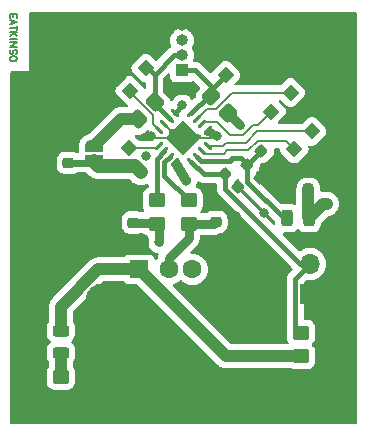
<source format=gbr>
%TF.GenerationSoftware,KiCad,Pcbnew,6.0.0*%
%TF.CreationDate,2022-03-07T01:42:12-06:00*%
%TF.ProjectId,test,74657374-2e6b-4696-9361-645f70636258,rev?*%
%TF.SameCoordinates,Original*%
%TF.FileFunction,Copper,L1,Top*%
%TF.FilePolarity,Positive*%
%FSLAX46Y46*%
G04 Gerber Fmt 4.6, Leading zero omitted, Abs format (unit mm)*
G04 Created by KiCad (PCBNEW 6.0.0) date 2022-03-07 01:42:12*
%MOMM*%
%LPD*%
G01*
G04 APERTURE LIST*
G04 Aperture macros list*
%AMRoundRect*
0 Rectangle with rounded corners*
0 $1 Rounding radius*
0 $2 $3 $4 $5 $6 $7 $8 $9 X,Y pos of 4 corners*
0 Add a 4 corners polygon primitive as box body*
4,1,4,$2,$3,$4,$5,$6,$7,$8,$9,$2,$3,0*
0 Add four circle primitives for the rounded corners*
1,1,$1+$1,$2,$3*
1,1,$1+$1,$4,$5*
1,1,$1+$1,$6,$7*
1,1,$1+$1,$8,$9*
0 Add four rect primitives between the rounded corners*
20,1,$1+$1,$2,$3,$4,$5,0*
20,1,$1+$1,$4,$5,$6,$7,0*
20,1,$1+$1,$6,$7,$8,$9,0*
20,1,$1+$1,$8,$9,$2,$3,0*%
%AMRotRect*
0 Rectangle, with rotation*
0 The origin of the aperture is its center*
0 $1 length*
0 $2 width*
0 $3 Rotation angle, in degrees counterclockwise*
0 Add horizontal line*
21,1,$1,$2,0,0,$3*%
%AMFreePoly0*
4,1,22,0.500000,-0.750000,0.000000,-0.750000,0.000000,-0.745033,-0.079941,-0.743568,-0.215256,-0.701293,-0.333266,-0.622738,-0.424486,-0.514219,-0.481581,-0.384460,-0.499164,-0.250000,-0.500000,-0.250000,-0.500000,0.250000,-0.499164,0.250000,-0.499963,0.256109,-0.478152,0.396186,-0.417904,0.524511,-0.324060,0.630769,-0.204165,0.706417,-0.067858,0.745374,0.000000,0.744959,0.000000,0.750000,
0.500000,0.750000,0.500000,-0.750000,0.500000,-0.750000,$1*%
%AMFreePoly1*
4,1,20,0.000000,0.744959,0.073905,0.744508,0.209726,0.703889,0.328688,0.626782,0.421226,0.519385,0.479903,0.390333,0.500000,0.250000,0.500000,-0.250000,0.499851,-0.262216,0.476331,-0.402017,0.414519,-0.529596,0.319384,-0.634700,0.198574,-0.708877,0.061801,-0.746166,0.000000,-0.745033,0.000000,-0.750000,-0.500000,-0.750000,-0.500000,0.750000,0.000000,0.750000,0.000000,0.744959,
0.000000,0.744959,$1*%
G04 Aperture macros list end*
%ADD10C,0.150000*%
%TA.AperFunction,NonConductor*%
%ADD11C,0.150000*%
%TD*%
%TA.AperFunction,ComponentPad*%
%ADD12C,4.400000*%
%TD*%
%TA.AperFunction,ComponentPad*%
%ADD13C,0.700000*%
%TD*%
%TA.AperFunction,SMDPad,CuDef*%
%ADD14RotRect,1.000000X1.000000X45.000000*%
%TD*%
%TA.AperFunction,ComponentPad*%
%ADD15R,1.000000X1.000000*%
%TD*%
%TA.AperFunction,ComponentPad*%
%ADD16O,1.000000X1.000000*%
%TD*%
%TA.AperFunction,SMDPad,CuDef*%
%ADD17RoundRect,0.225000X-0.225000X-0.250000X0.225000X-0.250000X0.225000X0.250000X-0.225000X0.250000X0*%
%TD*%
%TA.AperFunction,SMDPad,CuDef*%
%ADD18RoundRect,0.250000X0.450000X-0.350000X0.450000X0.350000X-0.450000X0.350000X-0.450000X-0.350000X0*%
%TD*%
%TA.AperFunction,SMDPad,CuDef*%
%ADD19RoundRect,0.225000X-0.250000X0.225000X-0.250000X-0.225000X0.250000X-0.225000X0.250000X0.225000X0*%
%TD*%
%TA.AperFunction,SMDPad,CuDef*%
%ADD20FreePoly0,90.000000*%
%TD*%
%TA.AperFunction,SMDPad,CuDef*%
%ADD21FreePoly1,90.000000*%
%TD*%
%TA.AperFunction,SMDPad,CuDef*%
%ADD22RoundRect,0.250000X-0.450000X0.350000X-0.450000X-0.350000X0.450000X-0.350000X0.450000X0.350000X0*%
%TD*%
%TA.AperFunction,SMDPad,CuDef*%
%ADD23RoundRect,0.250000X0.070711X-0.565685X0.565685X-0.070711X-0.070711X0.565685X-0.565685X0.070711X0*%
%TD*%
%TA.AperFunction,SMDPad,CuDef*%
%ADD24RoundRect,0.225000X0.250000X-0.225000X0.250000X0.225000X-0.250000X0.225000X-0.250000X-0.225000X0*%
%TD*%
%TA.AperFunction,SMDPad,CuDef*%
%ADD25RoundRect,0.225000X0.335876X0.017678X0.017678X0.335876X-0.335876X-0.017678X-0.017678X-0.335876X0*%
%TD*%
%TA.AperFunction,SMDPad,CuDef*%
%ADD26RoundRect,0.075000X-0.300520X0.194454X0.194454X-0.300520X0.300520X-0.194454X-0.194454X0.300520X0*%
%TD*%
%TA.AperFunction,SMDPad,CuDef*%
%ADD27RoundRect,0.075000X-0.300520X-0.194454X-0.194454X-0.300520X0.300520X0.194454X0.194454X0.300520X0*%
%TD*%
%TA.AperFunction,SMDPad,CuDef*%
%ADD28RotRect,2.100000X2.100000X315.000000*%
%TD*%
%TA.AperFunction,ComponentPad*%
%ADD29R,1.700000X1.700000*%
%TD*%
%TA.AperFunction,ComponentPad*%
%ADD30O,1.700000X1.700000*%
%TD*%
%TA.AperFunction,SMDPad,CuDef*%
%ADD31RoundRect,0.243750X0.456250X-0.243750X0.456250X0.243750X-0.456250X0.243750X-0.456250X-0.243750X0*%
%TD*%
%TA.AperFunction,ComponentPad*%
%ADD32R,1.600000X1.500000*%
%TD*%
%TA.AperFunction,ComponentPad*%
%ADD33C,1.600000*%
%TD*%
%TA.AperFunction,ComponentPad*%
%ADD34C,3.000000*%
%TD*%
%TA.AperFunction,SMDPad,CuDef*%
%ADD35RoundRect,0.225000X-0.335876X-0.017678X-0.017678X-0.335876X0.335876X0.017678X0.017678X0.335876X0*%
%TD*%
%TA.AperFunction,SMDPad,CuDef*%
%ADD36RoundRect,0.243750X0.243750X0.456250X-0.243750X0.456250X-0.243750X-0.456250X0.243750X-0.456250X0*%
%TD*%
%TA.AperFunction,SMDPad,CuDef*%
%ADD37RoundRect,0.250000X0.565685X0.070711X0.070711X0.565685X-0.565685X-0.070711X-0.070711X-0.565685X0*%
%TD*%
%TA.AperFunction,ViaPad*%
%ADD38C,0.800000*%
%TD*%
%TA.AperFunction,Conductor*%
%ADD39C,1.000000*%
%TD*%
%TA.AperFunction,Conductor*%
%ADD40C,0.200000*%
%TD*%
%TA.AperFunction,Conductor*%
%ADD41C,0.400000*%
%TD*%
%TA.AperFunction,Conductor*%
%ADD42C,0.800000*%
%TD*%
%TA.AperFunction,Conductor*%
%ADD43C,0.600000*%
%TD*%
%TA.AperFunction,Conductor*%
%ADD44C,1.200000*%
%TD*%
G04 APERTURE END LIST*
D10*
D11*
X106817857Y-63228571D02*
X106817857Y-63428571D01*
X106503571Y-63514285D02*
X106503571Y-63228571D01*
X107103571Y-63228571D01*
X107103571Y-63514285D01*
X106675000Y-63742857D02*
X106675000Y-64028571D01*
X106503571Y-63685714D02*
X107103571Y-63885714D01*
X106503571Y-64085714D01*
X107103571Y-64200000D02*
X107103571Y-64542857D01*
X106503571Y-64371428D02*
X107103571Y-64371428D01*
X106503571Y-64742857D02*
X107103571Y-64742857D01*
X106503571Y-65085714D02*
X106846428Y-64828571D01*
X107103571Y-65085714D02*
X106760714Y-64742857D01*
X106503571Y-65342857D02*
X107103571Y-65342857D01*
X106503571Y-65628571D02*
X107103571Y-65628571D01*
X106503571Y-65971428D01*
X107103571Y-65971428D01*
X106532142Y-66228571D02*
X106503571Y-66314285D01*
X106503571Y-66457142D01*
X106532142Y-66514285D01*
X106560714Y-66542857D01*
X106617857Y-66571428D01*
X106675000Y-66571428D01*
X106732142Y-66542857D01*
X106760714Y-66514285D01*
X106789285Y-66457142D01*
X106817857Y-66342857D01*
X106846428Y-66285714D01*
X106875000Y-66257142D01*
X106932142Y-66228571D01*
X106989285Y-66228571D01*
X107046428Y-66257142D01*
X107075000Y-66285714D01*
X107103571Y-66342857D01*
X107103571Y-66485714D01*
X107075000Y-66571428D01*
X107103571Y-66942857D02*
X107103571Y-67057142D01*
X107075000Y-67114285D01*
X107017857Y-67171428D01*
X106903571Y-67200000D01*
X106703571Y-67200000D01*
X106589285Y-67171428D01*
X106532142Y-67114285D01*
X106503571Y-67057142D01*
X106503571Y-66942857D01*
X106532142Y-66885714D01*
X106589285Y-66828571D01*
X106703571Y-66800000D01*
X106903571Y-66800000D01*
X107017857Y-66828571D01*
X107075000Y-66885714D01*
X107103571Y-66942857D01*
D12*
%TO.P,H3,1,1*%
%TO.N,GND*%
X109700000Y-81450000D03*
D13*
X111350000Y-81450000D03*
X110866726Y-82616726D03*
X109700000Y-83100000D03*
X108533274Y-82616726D03*
X108050000Y-81450000D03*
X108533274Y-80283274D03*
X109700000Y-79800000D03*
X110866726Y-80283274D03*
%TD*%
D12*
%TO.P,H2,1,1*%
%TO.N,GND*%
X110425000Y-66700000D03*
D13*
X112075000Y-66700000D03*
X111591726Y-67866726D03*
X110425000Y-68350000D03*
X109258274Y-67866726D03*
X108775000Y-66700000D03*
X109258274Y-65533274D03*
X110425000Y-65050000D03*
X111591726Y-65533274D03*
%TD*%
D12*
%TO.P,H1,1,1*%
%TO.N,GND*%
X132725000Y-66650000D03*
D13*
X134375000Y-66650000D03*
X133891726Y-67816726D03*
X132725000Y-68300000D03*
X131558274Y-67816726D03*
X131075000Y-66650000D03*
X131558274Y-65483274D03*
X132725000Y-65000000D03*
X133891726Y-65483274D03*
%TD*%
D14*
%TO.P,TP18,1,1*%
%TO.N,I2C1_SCL*%
X124800000Y-68400000D03*
%TD*%
D15*
%TO.P,J7,1,Pin_1*%
%TO.N,I2C1_SCL*%
X121100000Y-68000000D03*
D16*
%TO.P,J7,2,Pin_2*%
%TO.N,I2C1_SDA*%
X121100000Y-66730000D03*
%TO.P,J7,3,Pin_3*%
%TO.N,+3V3*%
X121100000Y-65460000D03*
%TO.P,J7,4,Pin_4*%
%TO.N,GND*%
X121100000Y-64190000D03*
%TD*%
D14*
%TO.P,TP11,1,1*%
%TO.N,Net-(U2-Pad11)*%
X130600000Y-74650000D03*
%TD*%
%TO.P,TP16,1,1*%
%TO.N,Net-(U2-Pad4)*%
X116675000Y-69700000D03*
%TD*%
%TO.P,TP19,1,1*%
%TO.N,I2C1_SDA*%
X118025000Y-67800000D03*
%TD*%
%TO.P,TP15,1,1*%
%TO.N,Net-(U2-Pad14)*%
X128675000Y-71475000D03*
%TD*%
D17*
%TO.P,C11,1*%
%TO.N,GND*%
X130250000Y-78075000D03*
%TO.P,C11,2*%
%TO.N,/USB_5V*%
X131800000Y-78075000D03*
%TD*%
D18*
%TO.P,R3,1*%
%TO.N,Net-(J4-Pad3)*%
X118975000Y-81000000D03*
%TO.P,R3,2*%
%TO.N,Net-(U2-Pad6)*%
X118975000Y-79000000D03*
%TD*%
D19*
%TO.P,C18,1*%
%TO.N,GND*%
X111475000Y-74275000D03*
%TO.P,C18,2*%
%TO.N,/USB_3V3*%
X111475000Y-75825000D03*
%TD*%
D20*
%TO.P,JP5,1,A*%
%TO.N,/USB_3V3*%
X113625000Y-75700000D03*
D21*
%TO.P,JP5,2,B*%
%TO.N,+3V3*%
X113625000Y-74400000D03*
%TD*%
D22*
%TO.P,R7,1*%
%TO.N,Net-(R7-Pad1)*%
X110850000Y-93937500D03*
%TO.P,R7,2*%
%TO.N,GND*%
X110850000Y-95937500D03*
%TD*%
D23*
%TO.P,R6,1*%
%TO.N,+3V3*%
X117367893Y-72107107D03*
%TO.P,R6,2*%
%TO.N,I2C1_SDA*%
X118782107Y-70692893D03*
%TD*%
D14*
%TO.P,TP17,1,1*%
%TO.N,Net-(U2-Pad15)*%
X130300000Y-69875000D03*
%TD*%
D24*
%TO.P,C13,1*%
%TO.N,Net-(J4-Pad3)*%
X116975000Y-80875000D03*
%TO.P,C13,2*%
%TO.N,GND*%
X116975000Y-79325000D03*
%TD*%
D25*
%TO.P,C16,1*%
%TO.N,GND*%
X127723008Y-77098008D03*
%TO.P,C16,2*%
%TO.N,Net-(C15-Pad2)*%
X126626992Y-76001992D03*
%TD*%
D26*
%TO.P,U2,1,VCCIO*%
%TO.N,/USB_3V3*%
X120515571Y-71621713D03*
%TO.P,U2,2,SDA*%
%TO.N,I2C1_SDA*%
X120055951Y-72081332D03*
%TO.P,U2,3,GND*%
%TO.N,GND*%
X119596332Y-72540951D03*
%TO.P,U2,4,CBUS4*%
%TO.N,Net-(U2-Pad4)*%
X119136713Y-73000571D03*
D27*
%TO.P,U2,5,CBUS2*%
%TO.N,Net-(U2-Pad5)*%
X119136713Y-74379429D03*
%TO.P,U2,6,USBDP*%
%TO.N,Net-(U2-Pad6)*%
X119596332Y-74839049D03*
%TO.P,U2,7,USBDM*%
%TO.N,Net-(U2-Pad7)*%
X120055951Y-75298668D03*
%TO.P,U2,8,3V3OUT*%
%TO.N,/USB_3V3*%
X120515571Y-75758287D03*
D26*
%TO.P,U2,9,~{RESET}*%
%TO.N,Net-(U2-Pad9)*%
X121894429Y-75758287D03*
%TO.P,U2,10,VCC*%
%TO.N,Net-(C15-Pad2)*%
X122354049Y-75298668D03*
%TO.P,U2,11,CBUS1*%
%TO.N,Net-(U2-Pad11)*%
X122813668Y-74839049D03*
%TO.P,U2,12,CBUS0*%
%TO.N,Net-(U2-Pad12)*%
X123273287Y-74379429D03*
D27*
%TO.P,U2,13,GND*%
%TO.N,GND*%
X123273287Y-73000571D03*
%TO.P,U2,14,CBUS3*%
%TO.N,Net-(U2-Pad14)*%
X122813668Y-72540951D03*
%TO.P,U2,15,CBUS5*%
%TO.N,Net-(U2-Pad15)*%
X122354049Y-72081332D03*
%TO.P,U2,16,SCL*%
%TO.N,I2C1_SCL*%
X121894429Y-71621713D03*
D28*
%TO.P,U2,17,GND*%
%TO.N,GND*%
X121205000Y-73690000D03*
%TD*%
D24*
%TO.P,C12,1*%
%TO.N,Net-(J4-Pad2)*%
X123975000Y-80825000D03*
%TO.P,C12,2*%
%TO.N,GND*%
X123975000Y-79275000D03*
%TD*%
D18*
%TO.P,R2,1*%
%TO.N,Net-(J4-Pad2)*%
X121675000Y-81000000D03*
%TO.P,R2,2*%
%TO.N,Net-(U2-Pad7)*%
X121675000Y-79000000D03*
%TD*%
D29*
%TO.P,SW2,1,1*%
%TO.N,GND*%
X131950000Y-86925000D03*
D30*
%TO.P,SW2,2,2*%
%TO.N,Net-(U2-Pad9)*%
X131950000Y-84385000D03*
%TD*%
D31*
%TO.P,D2,1,K*%
%TO.N,Net-(R7-Pad1)*%
X110850000Y-91912500D03*
%TO.P,D2,2,A*%
%TO.N,/USB_5V*%
X110850000Y-90037500D03*
%TD*%
D32*
%TO.P,J4,1,VBUS*%
%TO.N,/USB_5V*%
X117475000Y-84840000D03*
D33*
%TO.P,J4,2,D-*%
%TO.N,Net-(J4-Pad2)*%
X119975000Y-84840000D03*
%TO.P,J4,3,D+*%
%TO.N,Net-(J4-Pad3)*%
X121975000Y-84840000D03*
%TO.P,J4,4,GND*%
%TO.N,GND*%
X124475000Y-84840000D03*
D34*
%TO.P,J4,5,Shield*%
X127545000Y-87550000D03*
X114405000Y-87550000D03*
%TD*%
D18*
%TO.P,R4,1*%
%TO.N,/USB_5V*%
X131175000Y-92200000D03*
%TO.P,R4,2*%
%TO.N,Net-(U2-Pad9)*%
X131175000Y-90200000D03*
%TD*%
D35*
%TO.P,C14,1*%
%TO.N,Net-(U2-Pad9)*%
X124776992Y-76801992D03*
%TO.P,C14,2*%
%TO.N,GND*%
X125873008Y-77898008D03*
%TD*%
D36*
%TO.P,FB1,1*%
%TO.N,/USB_5V*%
X131862500Y-80500000D03*
%TO.P,FB1,2*%
%TO.N,Net-(C15-Pad2)*%
X129987500Y-80500000D03*
%TD*%
D14*
%TO.P,TP12,1,1*%
%TO.N,Net-(U2-Pad5)*%
X116625000Y-74550000D03*
%TD*%
D25*
%TO.P,C15,1*%
%TO.N,GND*%
X128923008Y-75898008D03*
%TO.P,C15,2*%
%TO.N,Net-(C15-Pad2)*%
X127826992Y-74801992D03*
%TD*%
D14*
%TO.P,TP10,1,1*%
%TO.N,Net-(U2-Pad12)*%
X132100000Y-73150000D03*
%TD*%
D37*
%TO.P,R5,1*%
%TO.N,+3V3*%
X124982107Y-71557107D03*
%TO.P,R5,2*%
%TO.N,I2C1_SCL*%
X123567893Y-70142893D03*
%TD*%
D38*
%TO.N,/USB_3V3*%
X121475000Y-77350000D03*
%TO.N,/USB_5V*%
X133375000Y-79300000D03*
%TO.N,GND*%
X128050000Y-80100000D03*
%TO.N,Net-(J4-Pad3)*%
X119175000Y-82550000D03*
%TO.N,GND*%
X121875000Y-69600000D03*
X124100000Y-73575000D03*
%TO.N,/USB_3V3*%
X117625000Y-76651512D03*
%TO.N,+3V3*%
X126050000Y-72575000D03*
%TO.N,/USB_3V3*%
X121125000Y-70950000D03*
%TO.N,GND*%
X118450000Y-73525000D03*
X118050000Y-75250000D03*
X116025000Y-77675000D03*
X125650000Y-80325000D03*
%TO.N,+3V3*%
X115917893Y-72107107D03*
%TD*%
D39*
%TO.N,Net-(R7-Pad1)*%
X110850000Y-91912500D02*
X110850000Y-93937500D01*
%TO.N,/USB_5V*%
X117475000Y-84840000D02*
X124835000Y-92200000D01*
X124835000Y-92200000D02*
X131175000Y-92200000D01*
X117475000Y-84840000D02*
X114004421Y-84840000D01*
X114004421Y-84840000D02*
X110850000Y-87994421D01*
X110850000Y-87994421D02*
X110850000Y-90037500D01*
%TO.N,+3V3*%
X115917893Y-72107107D02*
X117367893Y-72107107D01*
X113625000Y-74400000D02*
X115917893Y-72107107D01*
D40*
%TO.N,Net-(U2-Pad4)*%
X118625199Y-71808097D02*
X118625199Y-72489057D01*
X118625199Y-72489057D02*
X119136713Y-73000571D01*
D41*
%TO.N,Net-(U2-Pad9)*%
X124776992Y-76801992D02*
X124776992Y-78038750D01*
X131123242Y-84385000D02*
X131950000Y-84385000D01*
X124776992Y-78038750D02*
X131123242Y-84385000D01*
X124776992Y-76801992D02*
X122938134Y-76801992D01*
X122938134Y-76801992D02*
X121894429Y-75758287D01*
D40*
%TO.N,Net-(U2-Pad4)*%
X116675000Y-69857898D02*
X118625199Y-71808097D01*
D39*
%TO.N,/USB_5V*%
X133375000Y-79300000D02*
X133062500Y-79300000D01*
X133062500Y-79300000D02*
X131862500Y-80500000D01*
X131800000Y-78075000D02*
X131800000Y-80437500D01*
X131800000Y-80437500D02*
X131862500Y-80500000D01*
D40*
%TO.N,GND*%
X119596332Y-72540951D02*
X120745381Y-73690000D01*
D41*
%TO.N,I2C1_SCL*%
X123567893Y-69632107D02*
X124800000Y-68400000D01*
%TO.N,I2C1_SDA*%
X118241320Y-67800000D02*
X118782107Y-68340787D01*
D40*
%TO.N,GND*%
X123985000Y-73690000D02*
X124100000Y-73575000D01*
X118615000Y-73690000D02*
X123985000Y-73690000D01*
X118615000Y-73690000D02*
X118450000Y-73525000D01*
D41*
%TO.N,I2C1_SCL*%
X123373249Y-70142893D02*
X121894429Y-71621713D01*
X121100000Y-68000000D02*
X122225000Y-68000000D01*
X122225000Y-68000000D02*
X123567893Y-69342893D01*
X123567893Y-69342893D02*
X123567893Y-70142893D01*
%TO.N,I2C1_SDA*%
X118782107Y-70807488D02*
X120055951Y-72081332D01*
X121100000Y-66730000D02*
X120392894Y-66730000D01*
X120392894Y-66730000D02*
X118782107Y-68340787D01*
X118782107Y-68340787D02*
X118782107Y-70692893D01*
D40*
%TO.N,Net-(U2-Pad12)*%
X127450000Y-73150000D02*
X126475000Y-74125000D01*
%TO.N,Net-(U2-Pad15)*%
X123941903Y-71258097D02*
X125325000Y-69875000D01*
%TO.N,Net-(U2-Pad11)*%
X129891596Y-73941596D02*
X130600000Y-74650000D01*
%TO.N,Net-(U2-Pad14)*%
X124050531Y-72325531D02*
X125175000Y-73450000D01*
D41*
%TO.N,Net-(C15-Pad2)*%
X122354049Y-75298668D02*
X122705381Y-75650000D01*
D40*
%TO.N,Net-(U2-Pad14)*%
X127525000Y-72625000D02*
X128675000Y-71475000D01*
D41*
%TO.N,Net-(C15-Pad2)*%
X126626992Y-77415234D02*
X129711758Y-80500000D01*
D40*
%TO.N,Net-(U2-Pad11)*%
X124085537Y-75054469D02*
X124090006Y-75050000D01*
D42*
%TO.N,+3V3*%
X125032107Y-71557107D02*
X126050000Y-72575000D01*
D41*
%TO.N,Net-(U2-Pad9)*%
X131950000Y-84385000D02*
X130700489Y-85634511D01*
%TO.N,Net-(U2-Pad7)*%
X119574520Y-75780099D02*
X119574520Y-76899520D01*
X119574520Y-76899520D02*
X121675000Y-79000000D01*
%TO.N,Net-(C15-Pad2)*%
X126626992Y-76001992D02*
X126626992Y-77415234D01*
D43*
%TO.N,/USB_3V3*%
X111475000Y-75825000D02*
X113500000Y-75825000D01*
D42*
%TO.N,Net-(J4-Pad2)*%
X121675000Y-81000000D02*
X123800000Y-81000000D01*
X123800000Y-81000000D02*
X123975000Y-80825000D01*
D44*
%TO.N,/USB_3V3*%
X117081627Y-76056627D02*
X117625000Y-76600000D01*
D40*
%TO.N,Net-(U2-Pad11)*%
X124625000Y-75050000D02*
X124924511Y-74750489D01*
D42*
%TO.N,Net-(J4-Pad3)*%
X116975000Y-80875000D02*
X118850000Y-80875000D01*
D40*
%TO.N,Net-(U2-Pad14)*%
X126275000Y-73450000D02*
X127100000Y-72625000D01*
X125175000Y-73450000D02*
X126275000Y-73450000D01*
D41*
%TO.N,Net-(U2-Pad7)*%
X120055951Y-75298668D02*
X119574520Y-75780099D01*
D40*
%TO.N,Net-(U2-Pad11)*%
X124924511Y-74750489D02*
X126699511Y-74750489D01*
D44*
%TO.N,/USB_3V3*%
X113625000Y-75700000D02*
X113981627Y-76056627D01*
D40*
%TO.N,Net-(U2-Pad15)*%
X123177284Y-71258097D02*
X123941903Y-71258097D01*
%TO.N,Net-(U2-Pad11)*%
X124090006Y-75050000D02*
X124625000Y-75050000D01*
D41*
%TO.N,Net-(C15-Pad2)*%
X125325000Y-75450000D02*
X126075000Y-75450000D01*
X126626992Y-76001992D02*
X127826992Y-74801992D01*
%TO.N,Net-(U2-Pad9)*%
X130700489Y-85634511D02*
X130700489Y-89725489D01*
D40*
%TO.N,Net-(U2-Pad15)*%
X122354049Y-72081332D02*
X123177284Y-71258097D01*
%TO.N,Net-(U2-Pad11)*%
X123029088Y-75054469D02*
X124085537Y-75054469D01*
X126699511Y-74750489D02*
X127508404Y-73941596D01*
D44*
%TO.N,/USB_3V3*%
X113981627Y-76056627D02*
X117081627Y-76056627D01*
D41*
%TO.N,Net-(C15-Pad2)*%
X122705381Y-75650000D02*
X125125000Y-75650000D01*
D40*
%TO.N,Net-(U2-Pad12)*%
X123273287Y-74379429D02*
X124595571Y-74379429D01*
X124595571Y-74379429D02*
X124850000Y-74125000D01*
D41*
%TO.N,Net-(U2-Pad9)*%
X130700489Y-89725489D02*
X131175000Y-90200000D01*
%TO.N,/USB_3V3*%
X120515571Y-71559429D02*
X121125000Y-70950000D01*
D42*
%TO.N,Net-(J4-Pad2)*%
X121675000Y-82200000D02*
X121675000Y-81000000D01*
X119975000Y-84840000D02*
X119975000Y-83900000D01*
D40*
%TO.N,Net-(U2-Pad12)*%
X124850000Y-74125000D02*
X126475000Y-74125000D01*
D41*
%TO.N,/USB_3V3*%
X120515571Y-71621713D02*
X120515571Y-71559429D01*
%TO.N,Net-(C15-Pad2)*%
X126075000Y-75450000D02*
X126626992Y-76001992D01*
D42*
%TO.N,Net-(J4-Pad3)*%
X119175000Y-82550000D02*
X119175000Y-81200000D01*
%TO.N,Net-(J4-Pad2)*%
X119975000Y-83900000D02*
X121675000Y-82200000D01*
D40*
%TO.N,Net-(U2-Pad14)*%
X127100000Y-72625000D02*
X127525000Y-72625000D01*
%TO.N,Net-(U2-Pad11)*%
X127508404Y-73941596D02*
X129891596Y-73941596D01*
%TO.N,Net-(U2-Pad14)*%
X123029088Y-72325531D02*
X124050531Y-72325531D01*
%TO.N,Net-(U2-Pad15)*%
X125325000Y-69875000D02*
X130300000Y-69875000D01*
D41*
%TO.N,Net-(C15-Pad2)*%
X125125000Y-75650000D02*
X125325000Y-75450000D01*
D40*
X122354049Y-75298668D02*
X122648969Y-75593588D01*
D41*
%TO.N,Net-(U2-Pad6)*%
X118975000Y-75460381D02*
X119596332Y-74839049D01*
X118975000Y-79000000D02*
X118975000Y-75460381D01*
D40*
%TO.N,Net-(U2-Pad12)*%
X132100000Y-73150000D02*
X127450000Y-73150000D01*
%TO.N,Net-(U2-Pad5)*%
X116625000Y-74550000D02*
X118966142Y-74550000D01*
%TD*%
%TA.AperFunction,Conductor*%
%TO.N,GND*%
G36*
X135859121Y-63053002D02*
G01*
X135905614Y-63106658D01*
X135917000Y-63159000D01*
X135917000Y-97841000D01*
X135896998Y-97909121D01*
X135843342Y-97955614D01*
X135791000Y-97967000D01*
X106684000Y-97967000D01*
X106615879Y-97946998D01*
X106569386Y-97893342D01*
X106558000Y-97841000D01*
X106558000Y-94337900D01*
X109641500Y-94337900D01*
X109652474Y-94443666D01*
X109708450Y-94611446D01*
X109801522Y-94761848D01*
X109926697Y-94886805D01*
X109932927Y-94890645D01*
X109932928Y-94890646D01*
X110070090Y-94975194D01*
X110077262Y-94979615D01*
X110157005Y-95006064D01*
X110238611Y-95033132D01*
X110238613Y-95033132D01*
X110245139Y-95035297D01*
X110251975Y-95035997D01*
X110251978Y-95035998D01*
X110295031Y-95040409D01*
X110349600Y-95046000D01*
X111350400Y-95046000D01*
X111353646Y-95045663D01*
X111353650Y-95045663D01*
X111449308Y-95035738D01*
X111449312Y-95035737D01*
X111456166Y-95035026D01*
X111462702Y-95032845D01*
X111462704Y-95032845D01*
X111594806Y-94988772D01*
X111623946Y-94979050D01*
X111774348Y-94885978D01*
X111899305Y-94760803D01*
X111992115Y-94610238D01*
X112047797Y-94442361D01*
X112058500Y-94337900D01*
X112058500Y-93537100D01*
X112047526Y-93431334D01*
X111991550Y-93263554D01*
X111921651Y-93150600D01*
X111902331Y-93119378D01*
X111902330Y-93119377D01*
X111898478Y-93113152D01*
X111893296Y-93107979D01*
X111888751Y-93102245D01*
X111890424Y-93100919D01*
X111861402Y-93047875D01*
X111858500Y-93020989D01*
X111858500Y-92719970D01*
X111878502Y-92651849D01*
X111895329Y-92630950D01*
X111900617Y-92625653D01*
X111992661Y-92476329D01*
X112047885Y-92309835D01*
X112058500Y-92206231D01*
X112058499Y-91618770D01*
X112047616Y-91513871D01*
X112045437Y-91507340D01*
X112045436Y-91507335D01*
X111994420Y-91354422D01*
X111992102Y-91347474D01*
X111899797Y-91198311D01*
X111775653Y-91074383D01*
X111772730Y-91072581D01*
X111732592Y-91015971D01*
X111729358Y-90945048D01*
X111764982Y-90883636D01*
X111771378Y-90878084D01*
X111776689Y-90874797D01*
X111900617Y-90750653D01*
X111992661Y-90601329D01*
X112047885Y-90434835D01*
X112058500Y-90331231D01*
X112058499Y-89743770D01*
X112047616Y-89638871D01*
X112045437Y-89632340D01*
X112045436Y-89632335D01*
X111994420Y-89479422D01*
X111992102Y-89472474D01*
X111899797Y-89323311D01*
X111894615Y-89318138D01*
X111890068Y-89312401D01*
X111891325Y-89311404D01*
X111861404Y-89256728D01*
X111858500Y-89229831D01*
X111858500Y-88464346D01*
X111878502Y-88396225D01*
X111895405Y-88375251D01*
X114385250Y-85885405D01*
X114447562Y-85851380D01*
X114474345Y-85848500D01*
X116170198Y-85848500D01*
X116238319Y-85868502D01*
X116271024Y-85898935D01*
X116311739Y-85953261D01*
X116428295Y-86040615D01*
X116564684Y-86091745D01*
X116626866Y-86098500D01*
X117255075Y-86098500D01*
X117323196Y-86118502D01*
X117344170Y-86135405D01*
X124078145Y-92869379D01*
X124087247Y-92879522D01*
X124110968Y-92909025D01*
X124115696Y-92912992D01*
X124149421Y-92941291D01*
X124153069Y-92944472D01*
X124154881Y-92946115D01*
X124157075Y-92948309D01*
X124190349Y-92975642D01*
X124191147Y-92976304D01*
X124262474Y-93036154D01*
X124267144Y-93038722D01*
X124271261Y-93042103D01*
X124329483Y-93073321D01*
X124353120Y-93085995D01*
X124354280Y-93086624D01*
X124430389Y-93128466D01*
X124430394Y-93128468D01*
X124435787Y-93131433D01*
X124440865Y-93133044D01*
X124445563Y-93135563D01*
X124534498Y-93162753D01*
X124535702Y-93163128D01*
X124624306Y-93191235D01*
X124629597Y-93191828D01*
X124634698Y-93193388D01*
X124640830Y-93194011D01*
X124640836Y-93194012D01*
X124701338Y-93200157D01*
X124727263Y-93202790D01*
X124728450Y-93202916D01*
X124757838Y-93206213D01*
X124774730Y-93208108D01*
X124774735Y-93208108D01*
X124778227Y-93208500D01*
X124781752Y-93208500D01*
X124782737Y-93208555D01*
X124788432Y-93209003D01*
X124800342Y-93210213D01*
X124825334Y-93212752D01*
X124825339Y-93212752D01*
X124831462Y-93213374D01*
X124877108Y-93209059D01*
X124888967Y-93208500D01*
X130312015Y-93208500D01*
X130378132Y-93227241D01*
X130396030Y-93238274D01*
X130396033Y-93238276D01*
X130402262Y-93242115D01*
X130448116Y-93257324D01*
X130563611Y-93295632D01*
X130563613Y-93295632D01*
X130570139Y-93297797D01*
X130576975Y-93298497D01*
X130576978Y-93298498D01*
X130620031Y-93302909D01*
X130674600Y-93308500D01*
X131675400Y-93308500D01*
X131678646Y-93308163D01*
X131678650Y-93308163D01*
X131774308Y-93298238D01*
X131774312Y-93298237D01*
X131781166Y-93297526D01*
X131787702Y-93295345D01*
X131787704Y-93295345D01*
X131919806Y-93251272D01*
X131948946Y-93241550D01*
X132099348Y-93148478D01*
X132224305Y-93023303D01*
X132253768Y-92975506D01*
X132313275Y-92878968D01*
X132313276Y-92878966D01*
X132317115Y-92872738D01*
X132372797Y-92704861D01*
X132373985Y-92693272D01*
X132380806Y-92626689D01*
X132383500Y-92600400D01*
X132383500Y-91799600D01*
X132372526Y-91693834D01*
X132316550Y-91526054D01*
X132223478Y-91375652D01*
X132136891Y-91289216D01*
X132102812Y-91226934D01*
X132107815Y-91156114D01*
X132136736Y-91111025D01*
X132219134Y-91028483D01*
X132224305Y-91023303D01*
X132254115Y-90974942D01*
X132313275Y-90878968D01*
X132313276Y-90878966D01*
X132317115Y-90872738D01*
X132355549Y-90756862D01*
X132370632Y-90711389D01*
X132370632Y-90711387D01*
X132372797Y-90704861D01*
X132383500Y-90600400D01*
X132383500Y-89799600D01*
X132383163Y-89796350D01*
X132373238Y-89700692D01*
X132373237Y-89700688D01*
X132372526Y-89693834D01*
X132364534Y-89669877D01*
X132318868Y-89533002D01*
X132316550Y-89526054D01*
X132223478Y-89375652D01*
X132098303Y-89250695D01*
X132092072Y-89246854D01*
X131953968Y-89161725D01*
X131953966Y-89161724D01*
X131947738Y-89157885D01*
X131867995Y-89131436D01*
X131786389Y-89104368D01*
X131786387Y-89104368D01*
X131779861Y-89102203D01*
X131773025Y-89101503D01*
X131773022Y-89101502D01*
X131729969Y-89097091D01*
X131675400Y-89091500D01*
X131534989Y-89091500D01*
X131466868Y-89071498D01*
X131420375Y-89017842D01*
X131408989Y-88965500D01*
X131408989Y-85980171D01*
X131428991Y-85912050D01*
X131445894Y-85891076D01*
X131582684Y-85754286D01*
X131644996Y-85720260D01*
X131696896Y-85719910D01*
X131788597Y-85738567D01*
X131793772Y-85738757D01*
X131793774Y-85738757D01*
X132006673Y-85746564D01*
X132006677Y-85746564D01*
X132011837Y-85746753D01*
X132016957Y-85746097D01*
X132016959Y-85746097D01*
X132228288Y-85719025D01*
X132228289Y-85719025D01*
X132233416Y-85718368D01*
X132273264Y-85706413D01*
X132442429Y-85655661D01*
X132442434Y-85655659D01*
X132447384Y-85654174D01*
X132647994Y-85555896D01*
X132829860Y-85426173D01*
X132988096Y-85268489D01*
X133118453Y-85087077D01*
X133127839Y-85068087D01*
X133215136Y-84891453D01*
X133215137Y-84891451D01*
X133217430Y-84886811D01*
X133282370Y-84673069D01*
X133311529Y-84451590D01*
X133312886Y-84396067D01*
X133313074Y-84388365D01*
X133313074Y-84388361D01*
X133313156Y-84385000D01*
X133294852Y-84162361D01*
X133240431Y-83945702D01*
X133151354Y-83740840D01*
X133065441Y-83608039D01*
X133032822Y-83557617D01*
X133032820Y-83557614D01*
X133030014Y-83553277D01*
X132879670Y-83388051D01*
X132875619Y-83384852D01*
X132875615Y-83384848D01*
X132708414Y-83252800D01*
X132708410Y-83252798D01*
X132704359Y-83249598D01*
X132508789Y-83141638D01*
X132503920Y-83139914D01*
X132503916Y-83139912D01*
X132303087Y-83068795D01*
X132303083Y-83068794D01*
X132298212Y-83067069D01*
X132293119Y-83066162D01*
X132293116Y-83066161D01*
X132083373Y-83028800D01*
X132083367Y-83028799D01*
X132078284Y-83027894D01*
X132004452Y-83026992D01*
X131860081Y-83025228D01*
X131860079Y-83025228D01*
X131854911Y-83025165D01*
X131634091Y-83058955D01*
X131421756Y-83128357D01*
X131223607Y-83231507D01*
X131219472Y-83234611D01*
X131219465Y-83234616D01*
X131167173Y-83273878D01*
X131100688Y-83298784D01*
X131031293Y-83283792D01*
X131002425Y-83262213D01*
X129663807Y-81923595D01*
X129629781Y-81861283D01*
X129634846Y-81790468D01*
X129677393Y-81733632D01*
X129743913Y-81708821D01*
X129752902Y-81708500D01*
X130250473Y-81708499D01*
X130281230Y-81708499D01*
X130386129Y-81697616D01*
X130392660Y-81695437D01*
X130392665Y-81695436D01*
X130545578Y-81644420D01*
X130552526Y-81642102D01*
X130701689Y-81549797D01*
X130825617Y-81425653D01*
X130827419Y-81422730D01*
X130884029Y-81382592D01*
X130954952Y-81379358D01*
X131016364Y-81414982D01*
X131021916Y-81421378D01*
X131025203Y-81426689D01*
X131149347Y-81550617D01*
X131298671Y-81642661D01*
X131305619Y-81644966D01*
X131305620Y-81644966D01*
X131458634Y-81695719D01*
X131458636Y-81695719D01*
X131465165Y-81697885D01*
X131568769Y-81708500D01*
X131860234Y-81708500D01*
X132156230Y-81708499D01*
X132261129Y-81697616D01*
X132267660Y-81695437D01*
X132267665Y-81695436D01*
X132420578Y-81644420D01*
X132427526Y-81642102D01*
X132576689Y-81549797D01*
X132700617Y-81425653D01*
X132712532Y-81406324D01*
X132729153Y-81379358D01*
X132792661Y-81276329D01*
X132818059Y-81199757D01*
X132845719Y-81116366D01*
X132845719Y-81116364D01*
X132847885Y-81109835D01*
X132858500Y-81006231D01*
X132858500Y-80982426D01*
X132878502Y-80914305D01*
X132895404Y-80893331D01*
X133454362Y-80334372D01*
X133516675Y-80300347D01*
X133531162Y-80298068D01*
X133545069Y-80296704D01*
X133571833Y-80294080D01*
X133761169Y-80236916D01*
X133935796Y-80144066D01*
X134024773Y-80071498D01*
X134084287Y-80022960D01*
X134084290Y-80022957D01*
X134089062Y-80019065D01*
X134092991Y-80014316D01*
X134211201Y-79871425D01*
X134211203Y-79871421D01*
X134215130Y-79866675D01*
X134309198Y-79692701D01*
X134367682Y-79503768D01*
X134378546Y-79400400D01*
X134387711Y-79313204D01*
X134387711Y-79313202D01*
X134388355Y-79307075D01*
X134370430Y-79110112D01*
X134314590Y-78920381D01*
X134222960Y-78745110D01*
X134099032Y-78590975D01*
X133947526Y-78463846D01*
X133942128Y-78460879D01*
X133942123Y-78460875D01*
X133779608Y-78371533D01*
X133779609Y-78371533D01*
X133774213Y-78368567D01*
X133768346Y-78366706D01*
X133768344Y-78366705D01*
X133591564Y-78310627D01*
X133591563Y-78310627D01*
X133585694Y-78308765D01*
X133431773Y-78291500D01*
X133124342Y-78291500D01*
X133110735Y-78290763D01*
X133079237Y-78287341D01*
X133079232Y-78287341D01*
X133073111Y-78286676D01*
X133055111Y-78288251D01*
X133023109Y-78291050D01*
X133018284Y-78291379D01*
X133015813Y-78291500D01*
X133012731Y-78291500D01*
X132990263Y-78293703D01*
X132969989Y-78295691D01*
X132968674Y-78295813D01*
X132945481Y-78297842D01*
X132875876Y-78283852D01*
X132824884Y-78234453D01*
X132808500Y-78172321D01*
X132808500Y-78025231D01*
X132807814Y-78018227D01*
X132799032Y-77928669D01*
X132794080Y-77878167D01*
X132777761Y-77824114D01*
X132765101Y-77782185D01*
X132759446Y-77763452D01*
X132754741Y-77740039D01*
X132748599Y-77680838D01*
X132748598Y-77680833D01*
X132747887Y-77673981D01*
X132731654Y-77625325D01*
X132696073Y-77518676D01*
X132696072Y-77518674D01*
X132693756Y-77511732D01*
X132643787Y-77430982D01*
X132607606Y-77372515D01*
X132603752Y-77366287D01*
X132482702Y-77245448D01*
X132452933Y-77227098D01*
X132343331Y-77159538D01*
X132343329Y-77159537D01*
X132337101Y-77155698D01*
X132174757Y-77101851D01*
X132167920Y-77101151D01*
X132167918Y-77101150D01*
X132121136Y-77096357D01*
X132073732Y-77091500D01*
X132052485Y-77091500D01*
X132015233Y-77085867D01*
X132003768Y-77082318D01*
X131944830Y-77076123D01*
X131813204Y-77062289D01*
X131813202Y-77062289D01*
X131807075Y-77061645D01*
X131724576Y-77069153D01*
X131616251Y-77079011D01*
X131616248Y-77079012D01*
X131610112Y-77079570D01*
X131604206Y-77081308D01*
X131604202Y-77081309D01*
X131586994Y-77086374D01*
X131551419Y-77091500D01*
X131526268Y-77091500D01*
X131523022Y-77091837D01*
X131523018Y-77091837D01*
X131488917Y-77095375D01*
X131423981Y-77102113D01*
X131417440Y-77104295D01*
X131417441Y-77104295D01*
X131268676Y-77153927D01*
X131268674Y-77153928D01*
X131261732Y-77156244D01*
X131116287Y-77246248D01*
X130995448Y-77367298D01*
X130991608Y-77373528D01*
X130991607Y-77373529D01*
X130910255Y-77505507D01*
X130905698Y-77512899D01*
X130851851Y-77675243D01*
X130851151Y-77682077D01*
X130851150Y-77682081D01*
X130845115Y-77740985D01*
X130839873Y-77766241D01*
X130821515Y-77824114D01*
X130808765Y-77864306D01*
X130791500Y-78018227D01*
X130791500Y-79279700D01*
X130771498Y-79347821D01*
X130717842Y-79394314D01*
X130647568Y-79404418D01*
X130599385Y-79386960D01*
X130557566Y-79361183D01*
X130557563Y-79361181D01*
X130551329Y-79357339D01*
X130544380Y-79355034D01*
X130391366Y-79304281D01*
X130391364Y-79304281D01*
X130384835Y-79302115D01*
X130281231Y-79291500D01*
X129989766Y-79291500D01*
X129693770Y-79291501D01*
X129588871Y-79302384D01*
X129588712Y-79300854D01*
X129525979Y-79296267D01*
X129481104Y-79267376D01*
X127372397Y-77158669D01*
X127338371Y-77096357D01*
X127335492Y-77069574D01*
X127335492Y-76701205D01*
X127355494Y-76633084D01*
X127372397Y-76612110D01*
X127515989Y-76468518D01*
X127580813Y-76388686D01*
X127583894Y-76382521D01*
X127583896Y-76382517D01*
X127653995Y-76242225D01*
X127653996Y-76242223D01*
X127657264Y-76235682D01*
X127696466Y-76069195D01*
X127696404Y-75997490D01*
X127716347Y-75929352D01*
X127769963Y-75882813D01*
X127822294Y-75871381D01*
X127860494Y-75871347D01*
X127895475Y-75871317D01*
X128061894Y-75831824D01*
X128214764Y-75755105D01*
X128220099Y-75750762D01*
X128291024Y-75693020D01*
X128291030Y-75693014D01*
X128293518Y-75690989D01*
X128715989Y-75268518D01*
X128745514Y-75232158D01*
X128776466Y-75194040D01*
X128776468Y-75194037D01*
X128780813Y-75188686D01*
X128783894Y-75182521D01*
X128783896Y-75182517D01*
X128853995Y-75042225D01*
X128853996Y-75042223D01*
X128857264Y-75035682D01*
X128887418Y-74907621D01*
X128894789Y-74876319D01*
X128894789Y-74876315D01*
X128896466Y-74869195D01*
X128896458Y-74859405D01*
X128896380Y-74769977D01*
X128896317Y-74698153D01*
X128894626Y-74691029D01*
X128894599Y-74690796D01*
X128906518Y-74620806D01*
X128954383Y-74568371D01*
X129019739Y-74550096D01*
X129255617Y-74550096D01*
X129323738Y-74570098D01*
X129370231Y-74623754D01*
X129380344Y-74658233D01*
X129399814Y-74794186D01*
X129403528Y-74802354D01*
X129403528Y-74802355D01*
X129429466Y-74859404D01*
X129460101Y-74926782D01*
X129465048Y-74932935D01*
X129465050Y-74932938D01*
X129477226Y-74948081D01*
X129499294Y-74975528D01*
X130274472Y-75750706D01*
X130291208Y-75764162D01*
X130317062Y-75784950D01*
X130317065Y-75784952D01*
X130323218Y-75789899D01*
X130455814Y-75850186D01*
X130464697Y-75851458D01*
X130464700Y-75851459D01*
X130591111Y-75869562D01*
X130600000Y-75870835D01*
X130608889Y-75869562D01*
X130735300Y-75851459D01*
X130735303Y-75851458D01*
X130744186Y-75850186D01*
X130876782Y-75789899D01*
X130882935Y-75784952D01*
X130882938Y-75784950D01*
X130908792Y-75764162D01*
X130925528Y-75750706D01*
X131700706Y-74975528D01*
X131722774Y-74948081D01*
X131734950Y-74932938D01*
X131734952Y-74932935D01*
X131739899Y-74926782D01*
X131770534Y-74859404D01*
X131796472Y-74802355D01*
X131796472Y-74802354D01*
X131800186Y-74794186D01*
X131801458Y-74785303D01*
X131801459Y-74785300D01*
X131819562Y-74658889D01*
X131820835Y-74650000D01*
X131808305Y-74562506D01*
X131801459Y-74514700D01*
X131801458Y-74514697D01*
X131800186Y-74505814D01*
X131798592Y-74502308D01*
X131798669Y-74433890D01*
X131837120Y-74374207D01*
X131901735Y-74344787D01*
X131951819Y-74348370D01*
X131955814Y-74350186D01*
X131964697Y-74351458D01*
X131964700Y-74351459D01*
X132091111Y-74369562D01*
X132100000Y-74370835D01*
X132108889Y-74369562D01*
X132235300Y-74351459D01*
X132235303Y-74351458D01*
X132244186Y-74350186D01*
X132260381Y-74342823D01*
X132369594Y-74293167D01*
X132376782Y-74289899D01*
X132382935Y-74284952D01*
X132382938Y-74284950D01*
X132411084Y-74262319D01*
X132425528Y-74250706D01*
X133200706Y-73475528D01*
X133223239Y-73447503D01*
X133234950Y-73432938D01*
X133234952Y-73432935D01*
X133239899Y-73426782D01*
X133276569Y-73346130D01*
X133296472Y-73302355D01*
X133296472Y-73302354D01*
X133300186Y-73294186D01*
X133301699Y-73283627D01*
X133319562Y-73158889D01*
X133320835Y-73150000D01*
X133314668Y-73106938D01*
X133301459Y-73014700D01*
X133301458Y-73014697D01*
X133300186Y-73005814D01*
X133239899Y-72873218D01*
X133234952Y-72867065D01*
X133234950Y-72867062D01*
X133202846Y-72827134D01*
X133200706Y-72824472D01*
X132425528Y-72049294D01*
X132404220Y-72032162D01*
X132382938Y-72015050D01*
X132382935Y-72015048D01*
X132376782Y-72010101D01*
X132285995Y-71968823D01*
X132252355Y-71953528D01*
X132252354Y-71953528D01*
X132244186Y-71949814D01*
X132235303Y-71948542D01*
X132235300Y-71948541D01*
X132108889Y-71930438D01*
X132100000Y-71929165D01*
X132091111Y-71930438D01*
X131964700Y-71948541D01*
X131964697Y-71948542D01*
X131955814Y-71949814D01*
X131947646Y-71953528D01*
X131947645Y-71953528D01*
X131914005Y-71968823D01*
X131823218Y-72010101D01*
X131817065Y-72015048D01*
X131817062Y-72015050D01*
X131795780Y-72032162D01*
X131774472Y-72049294D01*
X131319171Y-72504595D01*
X131256859Y-72538621D01*
X131230076Y-72541500D01*
X129338924Y-72541500D01*
X129270803Y-72521498D01*
X129224310Y-72467842D01*
X129214206Y-72397568D01*
X129243700Y-72332988D01*
X129249829Y-72326405D01*
X129775706Y-71800528D01*
X129789162Y-71783792D01*
X129809950Y-71757938D01*
X129809952Y-71757935D01*
X129814899Y-71751782D01*
X129850241Y-71674050D01*
X129871472Y-71627355D01*
X129871472Y-71627354D01*
X129875186Y-71619186D01*
X129880309Y-71583418D01*
X129894562Y-71483889D01*
X129895835Y-71475000D01*
X129889097Y-71427949D01*
X129876459Y-71339700D01*
X129876458Y-71339697D01*
X129875186Y-71330814D01*
X129814899Y-71198218D01*
X129809952Y-71192065D01*
X129809950Y-71192062D01*
X129777846Y-71152134D01*
X129775706Y-71149472D01*
X129324829Y-70698595D01*
X129290803Y-70636283D01*
X129295868Y-70565468D01*
X129338415Y-70508632D01*
X129404935Y-70483821D01*
X129413924Y-70483500D01*
X129430076Y-70483500D01*
X129498197Y-70503502D01*
X129519171Y-70520405D01*
X129974472Y-70975706D01*
X129977134Y-70977846D01*
X130017062Y-71009950D01*
X130017065Y-71009952D01*
X130023218Y-71014899D01*
X130155814Y-71075186D01*
X130164697Y-71076458D01*
X130164700Y-71076459D01*
X130291111Y-71094562D01*
X130300000Y-71095835D01*
X130308889Y-71094562D01*
X130435300Y-71076459D01*
X130435303Y-71076458D01*
X130444186Y-71075186D01*
X130576782Y-71014899D01*
X130582935Y-71009952D01*
X130582938Y-71009950D01*
X130622866Y-70977846D01*
X130625528Y-70975706D01*
X131400706Y-70200528D01*
X131431070Y-70162763D01*
X131434950Y-70157938D01*
X131434952Y-70157935D01*
X131439899Y-70151782D01*
X131500186Y-70019186D01*
X131510508Y-69947114D01*
X131519562Y-69883889D01*
X131520835Y-69875000D01*
X131510325Y-69801613D01*
X131501459Y-69739700D01*
X131501458Y-69739697D01*
X131500186Y-69730814D01*
X131490995Y-69710598D01*
X131443167Y-69605406D01*
X131439899Y-69598218D01*
X131434952Y-69592065D01*
X131434950Y-69592062D01*
X131402846Y-69552134D01*
X131400706Y-69549472D01*
X130625528Y-68774294D01*
X130600152Y-68753891D01*
X130582938Y-68740050D01*
X130582935Y-68740048D01*
X130576782Y-68735101D01*
X130444186Y-68674814D01*
X130435303Y-68673542D01*
X130435300Y-68673541D01*
X130308889Y-68655438D01*
X130300000Y-68654165D01*
X130291111Y-68655438D01*
X130164700Y-68673541D01*
X130164697Y-68673542D01*
X130155814Y-68674814D01*
X130023218Y-68735101D01*
X130017065Y-68740048D01*
X130017062Y-68740050D01*
X129999848Y-68753891D01*
X129974472Y-68774294D01*
X129519171Y-69229595D01*
X129456859Y-69263621D01*
X129430076Y-69266500D01*
X125663924Y-69266500D01*
X125595803Y-69246498D01*
X125549310Y-69192842D01*
X125539206Y-69122568D01*
X125568700Y-69057988D01*
X125574829Y-69051405D01*
X125900706Y-68725528D01*
X125914162Y-68708792D01*
X125934950Y-68682938D01*
X125934952Y-68682935D01*
X125939899Y-68676782D01*
X126000186Y-68544186D01*
X126009316Y-68480438D01*
X126019562Y-68408889D01*
X126020835Y-68400000D01*
X126019562Y-68391111D01*
X126001459Y-68264700D01*
X126001458Y-68264697D01*
X126000186Y-68255814D01*
X125981372Y-68214433D01*
X125943167Y-68130406D01*
X125939899Y-68123218D01*
X125934952Y-68117065D01*
X125934950Y-68117062D01*
X125902846Y-68077134D01*
X125900706Y-68074472D01*
X125125528Y-67299294D01*
X125090957Y-67271498D01*
X125082938Y-67265050D01*
X125082935Y-67265048D01*
X125076782Y-67260101D01*
X124944186Y-67199814D01*
X124935303Y-67198542D01*
X124935300Y-67198541D01*
X124808889Y-67180438D01*
X124800000Y-67179165D01*
X124791111Y-67180438D01*
X124664700Y-67198541D01*
X124664697Y-67198542D01*
X124655814Y-67199814D01*
X124523218Y-67260101D01*
X124517065Y-67265048D01*
X124517062Y-67265050D01*
X124509043Y-67271498D01*
X124474472Y-67299294D01*
X123699294Y-68074472D01*
X123697154Y-68077134D01*
X123665050Y-68117062D01*
X123665048Y-68117065D01*
X123660101Y-68123218D01*
X123656833Y-68130406D01*
X123656831Y-68130410D01*
X123638479Y-68170771D01*
X123592076Y-68224504D01*
X123523988Y-68244619D01*
X123455834Y-68224730D01*
X123434684Y-68207714D01*
X122746450Y-67519480D01*
X122740596Y-67513215D01*
X122709120Y-67477134D01*
X122702561Y-67469615D01*
X122650280Y-67432871D01*
X122644986Y-67428939D01*
X122600693Y-67394209D01*
X122594718Y-67389524D01*
X122587802Y-67386401D01*
X122585516Y-67385017D01*
X122570835Y-67376643D01*
X122568475Y-67375378D01*
X122562261Y-67371010D01*
X122555182Y-67368250D01*
X122555180Y-67368249D01*
X122502725Y-67347798D01*
X122496656Y-67345247D01*
X122438427Y-67318955D01*
X122430960Y-67317571D01*
X122428405Y-67316770D01*
X122412152Y-67312141D01*
X122409572Y-67311478D01*
X122402491Y-67308718D01*
X122394960Y-67307727D01*
X122394958Y-67307726D01*
X122365339Y-67303827D01*
X122339139Y-67300378D01*
X122332641Y-67299348D01*
X122269814Y-67287704D01*
X122262234Y-67288141D01*
X122262233Y-67288141D01*
X122207608Y-67291291D01*
X122200354Y-67291500D01*
X122150800Y-67291500D01*
X122082679Y-67271498D01*
X122036186Y-67217842D01*
X122026082Y-67147568D01*
X122031241Y-67125729D01*
X122086252Y-66960359D01*
X122088197Y-66954513D01*
X122112985Y-66758295D01*
X122113380Y-66730000D01*
X122094080Y-66533167D01*
X122036916Y-66343831D01*
X121944066Y-66169204D01*
X121940167Y-66164424D01*
X121939715Y-66163743D01*
X121918676Y-66095935D01*
X121935105Y-66031775D01*
X122022723Y-65877542D01*
X122022725Y-65877537D01*
X122025769Y-65872179D01*
X122088197Y-65684513D01*
X122112985Y-65488295D01*
X122113380Y-65460000D01*
X122094080Y-65263167D01*
X122036916Y-65073831D01*
X121944066Y-64899204D01*
X121873709Y-64812938D01*
X121822960Y-64750713D01*
X121822957Y-64750710D01*
X121819065Y-64745938D01*
X121812724Y-64740692D01*
X121671425Y-64623799D01*
X121671421Y-64623797D01*
X121666675Y-64619870D01*
X121492701Y-64525802D01*
X121303768Y-64467318D01*
X121297643Y-64466674D01*
X121297642Y-64466674D01*
X121113204Y-64447289D01*
X121113202Y-64447289D01*
X121107075Y-64446645D01*
X121024576Y-64454153D01*
X120916251Y-64464011D01*
X120916248Y-64464012D01*
X120910112Y-64464570D01*
X120904206Y-64466308D01*
X120904202Y-64466309D01*
X120799076Y-64497249D01*
X120720381Y-64520410D01*
X120714923Y-64523263D01*
X120714919Y-64523265D01*
X120624147Y-64570720D01*
X120545110Y-64612040D01*
X120390975Y-64735968D01*
X120263846Y-64887474D01*
X120260879Y-64892872D01*
X120260875Y-64892877D01*
X120257397Y-64899204D01*
X120168567Y-65060787D01*
X120166706Y-65066654D01*
X120166705Y-65066656D01*
X120110627Y-65243436D01*
X120108765Y-65249306D01*
X120086719Y-65445851D01*
X120103268Y-65642934D01*
X120157783Y-65833050D01*
X120160602Y-65838535D01*
X120191478Y-65898613D01*
X120204826Y-65968344D01*
X120178356Y-66034221D01*
X120130033Y-66071592D01*
X120128075Y-66072451D01*
X120121993Y-66074932D01*
X120069350Y-66094825D01*
X120069346Y-66094827D01*
X120062238Y-66097513D01*
X120055977Y-66101816D01*
X120053611Y-66103053D01*
X120038831Y-66111280D01*
X120036546Y-66112631D01*
X120029589Y-66115685D01*
X120023569Y-66120305D01*
X120023563Y-66120308D01*
X119992436Y-66144194D01*
X119978892Y-66154587D01*
X119973562Y-66158459D01*
X119927174Y-66190339D01*
X119927169Y-66190344D01*
X119920913Y-66194643D01*
X119915862Y-66200313D01*
X119915860Y-66200314D01*
X119879459Y-66241170D01*
X119874478Y-66246446D01*
X118975174Y-67145750D01*
X118912862Y-67179776D01*
X118842047Y-67174711D01*
X118796984Y-67145750D01*
X118350528Y-66699294D01*
X118333792Y-66685838D01*
X118307938Y-66665050D01*
X118307935Y-66665048D01*
X118301782Y-66660101D01*
X118169186Y-66599814D01*
X118160303Y-66598542D01*
X118160300Y-66598541D01*
X118033889Y-66580438D01*
X118025000Y-66579165D01*
X118016111Y-66580438D01*
X117889700Y-66598541D01*
X117889697Y-66598542D01*
X117880814Y-66599814D01*
X117748218Y-66660101D01*
X117742065Y-66665048D01*
X117742062Y-66665050D01*
X117716208Y-66685838D01*
X117699472Y-66699294D01*
X116924294Y-67474472D01*
X116922154Y-67477134D01*
X116890050Y-67517062D01*
X116890048Y-67517065D01*
X116885101Y-67523218D01*
X116824814Y-67655814D01*
X116804165Y-67800000D01*
X116824814Y-67944186D01*
X116885101Y-68076782D01*
X116890048Y-68082935D01*
X116890050Y-68082938D01*
X116907922Y-68105165D01*
X116924294Y-68125528D01*
X117699472Y-68900706D01*
X117702134Y-68902846D01*
X117742062Y-68934950D01*
X117742065Y-68934952D01*
X117748218Y-68939899D01*
X117880814Y-69000186D01*
X117931831Y-69007492D01*
X117965470Y-69012310D01*
X118030067Y-69041767D01*
X118068484Y-69101472D01*
X118073607Y-69137037D01*
X118073607Y-69410672D01*
X118053605Y-69478793D01*
X117999949Y-69525286D01*
X117929675Y-69535390D01*
X117865095Y-69505896D01*
X117832906Y-69462823D01*
X117818167Y-69430406D01*
X117814899Y-69423218D01*
X117809952Y-69417065D01*
X117809950Y-69417062D01*
X117777846Y-69377134D01*
X117775706Y-69374472D01*
X117000528Y-68599294D01*
X116983792Y-68585838D01*
X116957938Y-68565050D01*
X116957935Y-68565048D01*
X116951782Y-68560101D01*
X116819186Y-68499814D01*
X116810303Y-68498542D01*
X116810300Y-68498541D01*
X116683889Y-68480438D01*
X116675000Y-68479165D01*
X116666111Y-68480438D01*
X116539700Y-68498541D01*
X116539697Y-68498542D01*
X116530814Y-68499814D01*
X116398218Y-68560101D01*
X116392065Y-68565048D01*
X116392062Y-68565050D01*
X116366208Y-68585838D01*
X116349472Y-68599294D01*
X115574294Y-69374472D01*
X115572154Y-69377134D01*
X115540050Y-69417062D01*
X115540048Y-69417065D01*
X115535101Y-69423218D01*
X115474814Y-69555814D01*
X115454165Y-69700000D01*
X115455438Y-69708889D01*
X115473318Y-69833737D01*
X115474814Y-69844186D01*
X115478528Y-69852354D01*
X115478528Y-69852355D01*
X115486843Y-69870642D01*
X115535101Y-69976782D01*
X115540048Y-69982935D01*
X115540050Y-69982938D01*
X115560838Y-70008792D01*
X115574294Y-70025528D01*
X116349472Y-70800706D01*
X116352134Y-70802846D01*
X116392062Y-70834950D01*
X116392065Y-70834952D01*
X116398218Y-70839899D01*
X116405406Y-70843167D01*
X116437823Y-70857906D01*
X116491556Y-70904309D01*
X116511672Y-70972396D01*
X116491784Y-71040550D01*
X116438206Y-71087133D01*
X116385672Y-71098607D01*
X115979733Y-71098607D01*
X115966125Y-71097870D01*
X115934629Y-71094448D01*
X115934625Y-71094448D01*
X115928504Y-71093783D01*
X115910504Y-71095358D01*
X115878502Y-71098157D01*
X115873677Y-71098486D01*
X115871206Y-71098607D01*
X115868124Y-71098607D01*
X115845656Y-71100810D01*
X115825382Y-71102798D01*
X115824067Y-71102920D01*
X115791806Y-71105743D01*
X115731480Y-71111020D01*
X115726361Y-71112507D01*
X115721060Y-71113027D01*
X115632087Y-71139889D01*
X115630947Y-71140227D01*
X115541556Y-71166198D01*
X115536822Y-71168652D01*
X115531724Y-71170191D01*
X115526280Y-71173085D01*
X115526279Y-71173086D01*
X115449724Y-71213791D01*
X115448556Y-71214405D01*
X115365967Y-71257215D01*
X115361804Y-71260538D01*
X115357097Y-71263041D01*
X115352323Y-71266935D01*
X115352321Y-71266936D01*
X115284998Y-71321844D01*
X115284053Y-71322607D01*
X115244920Y-71353846D01*
X115242429Y-71356337D01*
X115241702Y-71356987D01*
X115237356Y-71360699D01*
X115218481Y-71376094D01*
X115203831Y-71388042D01*
X115199908Y-71392784D01*
X115199906Y-71392786D01*
X115174596Y-71423380D01*
X115166606Y-71432160D01*
X113226713Y-73372053D01*
X113164402Y-73406047D01*
X113160394Y-73406621D01*
X113156084Y-73407881D01*
X113156081Y-73407882D01*
X113075695Y-73431389D01*
X113020590Y-73447503D01*
X112890211Y-73506783D01*
X112886440Y-73509195D01*
X112886432Y-73509199D01*
X112779945Y-73577301D01*
X112767503Y-73585258D01*
X112659002Y-73678748D01*
X112563250Y-73788511D01*
X112485350Y-73908696D01*
X112424252Y-74040924D01*
X112422967Y-74045222D01*
X112384869Y-74172616D01*
X112383216Y-74178142D01*
X112382554Y-74182574D01*
X112382553Y-74182577D01*
X112366026Y-74293167D01*
X112361688Y-74322196D01*
X112361661Y-74326673D01*
X112361006Y-74433890D01*
X112360813Y-74465417D01*
X112361148Y-74467861D01*
X112361271Y-74471656D01*
X112361271Y-74890500D01*
X112341269Y-74958621D01*
X112287613Y-75005114D01*
X112235271Y-75016500D01*
X112212011Y-75016500D01*
X112145895Y-74997760D01*
X112043331Y-74934538D01*
X112043329Y-74934537D01*
X112037101Y-74930698D01*
X111874757Y-74876851D01*
X111867920Y-74876151D01*
X111867918Y-74876150D01*
X111826599Y-74871917D01*
X111773732Y-74866500D01*
X111176268Y-74866500D01*
X111173022Y-74866837D01*
X111173018Y-74866837D01*
X111138917Y-74870375D01*
X111073981Y-74877113D01*
X111067440Y-74879295D01*
X111067441Y-74879295D01*
X110918676Y-74928927D01*
X110918674Y-74928928D01*
X110911732Y-74931244D01*
X110905508Y-74935096D01*
X110905507Y-74935096D01*
X110804243Y-74997760D01*
X110766287Y-75021248D01*
X110645448Y-75142298D01*
X110641608Y-75148528D01*
X110641607Y-75148529D01*
X110567645Y-75268518D01*
X110555698Y-75287899D01*
X110501851Y-75450243D01*
X110501151Y-75457080D01*
X110501150Y-75457082D01*
X110497362Y-75494053D01*
X110491500Y-75551268D01*
X110491500Y-76098732D01*
X110502113Y-76201019D01*
X110556244Y-76363268D01*
X110646248Y-76508713D01*
X110767298Y-76629552D01*
X110773528Y-76633392D01*
X110773529Y-76633393D01*
X110856231Y-76684371D01*
X110912899Y-76719302D01*
X111075243Y-76773149D01*
X111082080Y-76773849D01*
X111082082Y-76773850D01*
X111123401Y-76778083D01*
X111176268Y-76783500D01*
X111773732Y-76783500D01*
X111776978Y-76783163D01*
X111776982Y-76783163D01*
X111811083Y-76779625D01*
X111876019Y-76772887D01*
X112029726Y-76721606D01*
X112031324Y-76721073D01*
X112031326Y-76721072D01*
X112038268Y-76718756D01*
X112093834Y-76684371D01*
X112145569Y-76652356D01*
X112211872Y-76633500D01*
X112938654Y-76633500D01*
X113006775Y-76653502D01*
X113027749Y-76670404D01*
X113076100Y-76718756D01*
X113124081Y-76766737D01*
X113131065Y-76775008D01*
X113131295Y-76774810D01*
X113135214Y-76779351D01*
X113138681Y-76784238D01*
X113143005Y-76788377D01*
X113143009Y-76788382D01*
X113205645Y-76848342D01*
X113207609Y-76850265D01*
X113235167Y-76877823D01*
X113237477Y-76879730D01*
X113240886Y-76882545D01*
X113247790Y-76888687D01*
X113291477Y-76930508D01*
X113296516Y-76933762D01*
X113296519Y-76933764D01*
X113319620Y-76948680D01*
X113331504Y-76957378D01*
X113352708Y-76974889D01*
X113352717Y-76974895D01*
X113357333Y-76978707D01*
X113410444Y-77007724D01*
X113418325Y-77012413D01*
X113469175Y-77045247D01*
X113474742Y-77047490D01*
X113474743Y-77047491D01*
X113500252Y-77057771D01*
X113513558Y-77064060D01*
X113542957Y-77080123D01*
X113600596Y-77098574D01*
X113609234Y-77101693D01*
X113665364Y-77124313D01*
X113671249Y-77125462D01*
X113671255Y-77125464D01*
X113698239Y-77130733D01*
X113712503Y-77134396D01*
X113744408Y-77144609D01*
X113750353Y-77145323D01*
X113750366Y-77145326D01*
X113804482Y-77151827D01*
X113813602Y-77153263D01*
X113868502Y-77163984D01*
X113868507Y-77163985D01*
X113872964Y-77164855D01*
X113878526Y-77165127D01*
X113907668Y-77165127D01*
X113922696Y-77166026D01*
X113948474Y-77169123D01*
X113948478Y-77169123D01*
X113954421Y-77169837D01*
X113960397Y-77169414D01*
X113960400Y-77169414D01*
X114016495Y-77165442D01*
X114025394Y-77165127D01*
X116570282Y-77165127D01*
X116638403Y-77185129D01*
X116659377Y-77202032D01*
X116878540Y-77421195D01*
X116880845Y-77423099D01*
X116880850Y-77423103D01*
X116956068Y-77485218D01*
X117000705Y-77522080D01*
X117186329Y-77623496D01*
X117254289Y-77645250D01*
X117382076Y-77686155D01*
X117382078Y-77686155D01*
X117387781Y-77687981D01*
X117473432Y-77698270D01*
X117591846Y-77712495D01*
X117591850Y-77712495D01*
X117597793Y-77713209D01*
X117603769Y-77712786D01*
X117603772Y-77712786D01*
X117802804Y-77698694D01*
X117802808Y-77698693D01*
X117808787Y-77698270D01*
X118013150Y-77643703D01*
X118031849Y-77634643D01*
X118085562Y-77608620D01*
X118155587Y-77596919D01*
X118220823Y-77624934D01*
X118260557Y-77683770D01*
X118266500Y-77722012D01*
X118266500Y-77848613D01*
X118246498Y-77916734D01*
X118200270Y-77957184D01*
X118201054Y-77958450D01*
X118050652Y-78051522D01*
X117925695Y-78176697D01*
X117921855Y-78182927D01*
X117921854Y-78182928D01*
X117844710Y-78308079D01*
X117832885Y-78327262D01*
X117813777Y-78384871D01*
X117786267Y-78467813D01*
X117777203Y-78495139D01*
X117766500Y-78599600D01*
X117766500Y-79400400D01*
X117766837Y-79403646D01*
X117766837Y-79403650D01*
X117776590Y-79497642D01*
X117777474Y-79506166D01*
X117833450Y-79673946D01*
X117837306Y-79680177D01*
X117895487Y-79774197D01*
X117914325Y-79842649D01*
X117893164Y-79910419D01*
X117838723Y-79955990D01*
X117788343Y-79966500D01*
X117514645Y-79966500D01*
X117474978Y-79960093D01*
X117442454Y-79949305D01*
X117374757Y-79926851D01*
X117367920Y-79926151D01*
X117367918Y-79926150D01*
X117326599Y-79921917D01*
X117273732Y-79916500D01*
X116676268Y-79916500D01*
X116673022Y-79916837D01*
X116673018Y-79916837D01*
X116638917Y-79920375D01*
X116573981Y-79927113D01*
X116567440Y-79929295D01*
X116567441Y-79929295D01*
X116418676Y-79978927D01*
X116418674Y-79978928D01*
X116411732Y-79981244D01*
X116405508Y-79985096D01*
X116405507Y-79985096D01*
X116299500Y-80050695D01*
X116266287Y-80071248D01*
X116145448Y-80192298D01*
X116141608Y-80198528D01*
X116141607Y-80198529D01*
X116066840Y-80319824D01*
X116055698Y-80337899D01*
X116001851Y-80500243D01*
X115991500Y-80601268D01*
X115991500Y-81148732D01*
X116002113Y-81251019D01*
X116004295Y-81257559D01*
X116050878Y-81397183D01*
X116056244Y-81413268D01*
X116060096Y-81419492D01*
X116060096Y-81419493D01*
X116067116Y-81430837D01*
X116146248Y-81558713D01*
X116267298Y-81679552D01*
X116273528Y-81683392D01*
X116273529Y-81683393D01*
X116355032Y-81733632D01*
X116412899Y-81769302D01*
X116575243Y-81823149D01*
X116582080Y-81823849D01*
X116582082Y-81823850D01*
X116623401Y-81828083D01*
X116676268Y-81833500D01*
X117273732Y-81833500D01*
X117276978Y-81833163D01*
X117276982Y-81833163D01*
X117311083Y-81829625D01*
X117376019Y-81822887D01*
X117474662Y-81789977D01*
X117514538Y-81783500D01*
X117834317Y-81783500D01*
X117902438Y-81803502D01*
X117926016Y-81824855D01*
X117926522Y-81824348D01*
X118051697Y-81949305D01*
X118057927Y-81953145D01*
X118057928Y-81953146D01*
X118202262Y-82042115D01*
X118201226Y-82043795D01*
X118247031Y-82084121D01*
X118266500Y-82151405D01*
X118266500Y-82495784D01*
X118265810Y-82508955D01*
X118261496Y-82550000D01*
X118262186Y-82556565D01*
X118270288Y-82633647D01*
X118281458Y-82739928D01*
X118340473Y-82921556D01*
X118435960Y-83086944D01*
X118440378Y-83091851D01*
X118440379Y-83091852D01*
X118487457Y-83144137D01*
X118563747Y-83228866D01*
X118718248Y-83341118D01*
X118724276Y-83343802D01*
X118724278Y-83343803D01*
X118886681Y-83416109D01*
X118892712Y-83418794D01*
X118899173Y-83420167D01*
X118899178Y-83420169D01*
X119018930Y-83445624D01*
X119081404Y-83479352D01*
X119115725Y-83541502D01*
X119114440Y-83601480D01*
X119104469Y-83638694D01*
X119102600Y-83645003D01*
X119081458Y-83710072D01*
X119080768Y-83716637D01*
X119080766Y-83716646D01*
X119079985Y-83724075D01*
X119076383Y-83743509D01*
X119075826Y-83745590D01*
X119072743Y-83757097D01*
X119072398Y-83763688D01*
X119072397Y-83763692D01*
X119069164Y-83825384D01*
X119068647Y-83831958D01*
X119066845Y-83849101D01*
X119066844Y-83849114D01*
X119066500Y-83852390D01*
X119066500Y-83852579D01*
X119043157Y-83919016D01*
X119029959Y-83934543D01*
X118971860Y-83992642D01*
X118909548Y-84026668D01*
X118838733Y-84021603D01*
X118781897Y-83979056D01*
X118764783Y-83947776D01*
X118754002Y-83919016D01*
X118746584Y-83899229D01*
X118728768Y-83851705D01*
X118728767Y-83851704D01*
X118725615Y-83843295D01*
X118638261Y-83726739D01*
X118521705Y-83639385D01*
X118385316Y-83588255D01*
X118323134Y-83581500D01*
X116626866Y-83581500D01*
X116564684Y-83588255D01*
X116428295Y-83639385D01*
X116311739Y-83726739D01*
X116306358Y-83733919D01*
X116271024Y-83781065D01*
X116214165Y-83823580D01*
X116170198Y-83831500D01*
X114066264Y-83831500D01*
X114052657Y-83830763D01*
X114021159Y-83827341D01*
X114021154Y-83827341D01*
X114015033Y-83826676D01*
X113988783Y-83828973D01*
X113965033Y-83831050D01*
X113960207Y-83831379D01*
X113957735Y-83831500D01*
X113954652Y-83831500D01*
X113942683Y-83832674D01*
X113911915Y-83835690D01*
X113910602Y-83835812D01*
X113866337Y-83839685D01*
X113818008Y-83843913D01*
X113812889Y-83845400D01*
X113807588Y-83845920D01*
X113718587Y-83872791D01*
X113717454Y-83873126D01*
X113634007Y-83897370D01*
X113634003Y-83897372D01*
X113628085Y-83899091D01*
X113623353Y-83901544D01*
X113618252Y-83903084D01*
X113612809Y-83905978D01*
X113536161Y-83946731D01*
X113534995Y-83947343D01*
X113457968Y-83987271D01*
X113452495Y-83990108D01*
X113448332Y-83993431D01*
X113443625Y-83995934D01*
X113371503Y-84054755D01*
X113370647Y-84055446D01*
X113331448Y-84086738D01*
X113328944Y-84089242D01*
X113328226Y-84089884D01*
X113323893Y-84093585D01*
X113290359Y-84120935D01*
X113286432Y-84125682D01*
X113286430Y-84125684D01*
X113261134Y-84156262D01*
X113253144Y-84165042D01*
X110180621Y-87237566D01*
X110170478Y-87246668D01*
X110140975Y-87270389D01*
X110137008Y-87275117D01*
X110108709Y-87308842D01*
X110105528Y-87312490D01*
X110103885Y-87314302D01*
X110101691Y-87316496D01*
X110074358Y-87349770D01*
X110073696Y-87350568D01*
X110013846Y-87421895D01*
X110011278Y-87426565D01*
X110007897Y-87430682D01*
X109976860Y-87488566D01*
X109964023Y-87512507D01*
X109963394Y-87513666D01*
X109921538Y-87589802D01*
X109921535Y-87589810D01*
X109918567Y-87595208D01*
X109916955Y-87600290D01*
X109914438Y-87604984D01*
X109887238Y-87693952D01*
X109886918Y-87694980D01*
X109858765Y-87783727D01*
X109858171Y-87789023D01*
X109856613Y-87794119D01*
X109855990Y-87800255D01*
X109847218Y-87886608D01*
X109847089Y-87887814D01*
X109841500Y-87937648D01*
X109841500Y-87941175D01*
X109841445Y-87942160D01*
X109840998Y-87947840D01*
X109836626Y-87990883D01*
X109837206Y-87997014D01*
X109840941Y-88036530D01*
X109841500Y-88048388D01*
X109841500Y-89230030D01*
X109821498Y-89298151D01*
X109804672Y-89319049D01*
X109799383Y-89324347D01*
X109707339Y-89473671D01*
X109705034Y-89480619D01*
X109705034Y-89480620D01*
X109687660Y-89533002D01*
X109652115Y-89640165D01*
X109641500Y-89743769D01*
X109641501Y-90331230D01*
X109652384Y-90436129D01*
X109654563Y-90442660D01*
X109654564Y-90442665D01*
X109703990Y-90590811D01*
X109707898Y-90602526D01*
X109800203Y-90751689D01*
X109924347Y-90875617D01*
X109927270Y-90877419D01*
X109967408Y-90934029D01*
X109970642Y-91004952D01*
X109935018Y-91066364D01*
X109928622Y-91071916D01*
X109923311Y-91075203D01*
X109799383Y-91199347D01*
X109707339Y-91348671D01*
X109705034Y-91355619D01*
X109705034Y-91355620D01*
X109700106Y-91370479D01*
X109652115Y-91515165D01*
X109641500Y-91618769D01*
X109641501Y-92206230D01*
X109652384Y-92311129D01*
X109654563Y-92317660D01*
X109654564Y-92317665D01*
X109703990Y-92465811D01*
X109707898Y-92477526D01*
X109800203Y-92626689D01*
X109805385Y-92631862D01*
X109809932Y-92637599D01*
X109808675Y-92638596D01*
X109838596Y-92693272D01*
X109841500Y-92720169D01*
X109841500Y-93021194D01*
X109821498Y-93089315D01*
X109810317Y-93103202D01*
X109810404Y-93103271D01*
X109805866Y-93109017D01*
X109800695Y-93114197D01*
X109796855Y-93120427D01*
X109796854Y-93120428D01*
X109720425Y-93244419D01*
X109707885Y-93264762D01*
X109652203Y-93432639D01*
X109641500Y-93537100D01*
X109641500Y-94337900D01*
X106558000Y-94337900D01*
X106558000Y-68173286D01*
X106578002Y-68105165D01*
X106631658Y-68058672D01*
X106684000Y-68047286D01*
X108141000Y-68047286D01*
X108141000Y-63159000D01*
X108161002Y-63090879D01*
X108214658Y-63044386D01*
X108267000Y-63033000D01*
X135791000Y-63033000D01*
X135859121Y-63053002D01*
G37*
%TD.AperFunction*%
%TA.AperFunction,Conductor*%
G36*
X122562743Y-77408020D02*
G01*
X122568416Y-77412469D01*
X122575338Y-77415594D01*
X122577586Y-77416956D01*
X122592319Y-77425360D01*
X122594658Y-77426614D01*
X122600873Y-77430982D01*
X122607949Y-77433741D01*
X122607953Y-77433743D01*
X122660403Y-77454192D01*
X122666468Y-77456741D01*
X122724707Y-77483037D01*
X122732172Y-77484421D01*
X122734716Y-77485218D01*
X122750982Y-77489851D01*
X122753562Y-77490513D01*
X122760643Y-77493274D01*
X122768176Y-77494266D01*
X122768177Y-77494266D01*
X122800833Y-77498565D01*
X122823991Y-77501614D01*
X122830489Y-77502642D01*
X122893321Y-77514288D01*
X122900901Y-77513851D01*
X122900902Y-77513851D01*
X122955527Y-77510701D01*
X122962781Y-77510492D01*
X123942492Y-77510492D01*
X124010613Y-77530494D01*
X124057106Y-77584150D01*
X124068492Y-77636492D01*
X124068492Y-78009838D01*
X124068200Y-78018408D01*
X124065943Y-78051522D01*
X124064267Y-78076102D01*
X124065572Y-78083579D01*
X124065572Y-78083580D01*
X124075253Y-78139049D01*
X124076215Y-78145571D01*
X124083890Y-78208992D01*
X124086573Y-78216093D01*
X124087214Y-78218702D01*
X124091677Y-78235012D01*
X124092442Y-78237548D01*
X124093749Y-78245034D01*
X124116931Y-78297842D01*
X124119434Y-78303545D01*
X124121925Y-78309649D01*
X124144505Y-78369406D01*
X124148809Y-78375669D01*
X124150046Y-78378035D01*
X124158291Y-78392847D01*
X124159624Y-78395101D01*
X124162677Y-78402055D01*
X124167299Y-78408078D01*
X124201571Y-78452741D01*
X124205451Y-78458082D01*
X124237331Y-78504470D01*
X124237336Y-78504475D01*
X124241635Y-78510731D01*
X124247305Y-78515782D01*
X124247306Y-78515784D01*
X124288162Y-78552185D01*
X124293438Y-78557166D01*
X130445556Y-84709284D01*
X130479582Y-84771596D01*
X130474517Y-84842411D01*
X130445556Y-84887474D01*
X130219969Y-85113061D01*
X130213704Y-85118915D01*
X130170104Y-85156950D01*
X130165737Y-85163164D01*
X130133361Y-85209230D01*
X130129428Y-85214525D01*
X130090013Y-85264793D01*
X130086890Y-85271709D01*
X130085506Y-85273995D01*
X130077132Y-85288676D01*
X130075867Y-85291036D01*
X130071499Y-85297250D01*
X130068739Y-85304329D01*
X130068738Y-85304331D01*
X130048287Y-85356786D01*
X130045736Y-85362855D01*
X130019444Y-85421084D01*
X130018060Y-85428551D01*
X130017259Y-85431106D01*
X130012630Y-85447359D01*
X130011967Y-85449939D01*
X130009207Y-85457020D01*
X130008216Y-85464551D01*
X130008215Y-85464553D01*
X130000868Y-85520363D01*
X129999837Y-85526870D01*
X129988193Y-85589697D01*
X129988630Y-85597277D01*
X129988630Y-85597278D01*
X129991780Y-85651903D01*
X129991989Y-85659157D01*
X129991989Y-89630210D01*
X129985582Y-89669877D01*
X129977203Y-89695139D01*
X129966500Y-89799600D01*
X129966500Y-90600400D01*
X129977474Y-90706166D01*
X129979655Y-90712702D01*
X129979655Y-90712704D01*
X130023728Y-90844806D01*
X130033450Y-90873946D01*
X130091097Y-90967102D01*
X130110958Y-90999197D01*
X130129796Y-91067649D01*
X130108635Y-91135419D01*
X130054194Y-91180990D01*
X130003814Y-91191500D01*
X125304924Y-91191500D01*
X125236803Y-91171498D01*
X125215829Y-91154595D01*
X120350851Y-86289617D01*
X120316825Y-86227305D01*
X120321890Y-86156490D01*
X120364437Y-86099654D01*
X120407331Y-86078816D01*
X120418932Y-86075707D01*
X120418931Y-86075707D01*
X120424243Y-86074284D01*
X120429225Y-86071961D01*
X120626762Y-85979849D01*
X120626767Y-85979846D01*
X120631749Y-85977523D01*
X120787447Y-85868502D01*
X120814789Y-85849357D01*
X120814792Y-85849355D01*
X120819300Y-85846198D01*
X120885905Y-85779593D01*
X120948217Y-85745567D01*
X121019032Y-85750632D01*
X121064095Y-85779593D01*
X121130700Y-85846198D01*
X121135208Y-85849355D01*
X121135211Y-85849357D01*
X121162553Y-85868502D01*
X121318251Y-85977523D01*
X121323233Y-85979846D01*
X121323238Y-85979849D01*
X121520775Y-86071961D01*
X121525757Y-86074284D01*
X121531065Y-86075706D01*
X121531067Y-86075707D01*
X121741598Y-86132119D01*
X121741600Y-86132119D01*
X121746913Y-86133543D01*
X121975000Y-86153498D01*
X122203087Y-86133543D01*
X122208400Y-86132119D01*
X122208402Y-86132119D01*
X122418933Y-86075707D01*
X122418935Y-86075706D01*
X122424243Y-86074284D01*
X122429225Y-86071961D01*
X122626762Y-85979849D01*
X122626767Y-85979846D01*
X122631749Y-85977523D01*
X122787447Y-85868502D01*
X122814789Y-85849357D01*
X122814792Y-85849355D01*
X122819300Y-85846198D01*
X122981198Y-85684300D01*
X122998804Y-85659157D01*
X123069513Y-85558173D01*
X123112523Y-85496749D01*
X123114846Y-85491767D01*
X123114849Y-85491762D01*
X123206961Y-85294225D01*
X123206961Y-85294224D01*
X123209284Y-85289243D01*
X123215836Y-85264793D01*
X123267119Y-85073402D01*
X123267119Y-85073400D01*
X123268543Y-85068087D01*
X123288498Y-84840000D01*
X123268543Y-84611913D01*
X123267119Y-84606598D01*
X123210707Y-84396067D01*
X123210706Y-84396065D01*
X123209284Y-84390757D01*
X123206961Y-84385775D01*
X123114849Y-84188238D01*
X123114846Y-84188233D01*
X123112523Y-84183251D01*
X122981198Y-83995700D01*
X122819300Y-83833802D01*
X122814792Y-83830645D01*
X122814789Y-83830643D01*
X122700638Y-83750714D01*
X122631749Y-83702477D01*
X122626767Y-83700154D01*
X122626762Y-83700151D01*
X122429225Y-83608039D01*
X122429224Y-83608039D01*
X122424243Y-83605716D01*
X122418935Y-83604294D01*
X122418933Y-83604293D01*
X122208402Y-83547881D01*
X122208400Y-83547881D01*
X122203087Y-83546457D01*
X121975000Y-83526502D01*
X121969525Y-83526981D01*
X121969523Y-83526981D01*
X121945415Y-83529090D01*
X121875810Y-83515100D01*
X121824818Y-83465700D01*
X121808628Y-83396574D01*
X121832381Y-83329669D01*
X121845339Y-83314474D01*
X122259832Y-82899981D01*
X122274865Y-82887140D01*
X122280913Y-82882746D01*
X122280914Y-82882745D01*
X122286253Y-82878866D01*
X122332016Y-82828041D01*
X122336557Y-82823256D01*
X122351072Y-82808741D01*
X122363994Y-82792784D01*
X122368278Y-82787769D01*
X122409619Y-82741855D01*
X122409623Y-82741850D01*
X122414040Y-82736944D01*
X122417340Y-82731228D01*
X122417343Y-82731224D01*
X122421073Y-82724763D01*
X122432273Y-82708466D01*
X122436975Y-82702660D01*
X122436976Y-82702658D01*
X122441129Y-82697530D01*
X122472186Y-82636577D01*
X122475333Y-82630782D01*
X122506223Y-82577279D01*
X122506224Y-82577278D01*
X122509527Y-82571556D01*
X122513875Y-82558173D01*
X122521441Y-82539907D01*
X122527829Y-82527370D01*
X122545533Y-82461299D01*
X122547400Y-82454997D01*
X122568542Y-82389928D01*
X122569232Y-82383363D01*
X122569234Y-82383354D01*
X122570015Y-82375925D01*
X122573617Y-82356491D01*
X122575547Y-82349286D01*
X122575547Y-82349284D01*
X122577257Y-82342903D01*
X122578429Y-82320553D01*
X122580836Y-82274616D01*
X122581353Y-82268042D01*
X122583156Y-82250884D01*
X122583156Y-82250882D01*
X122583500Y-82247610D01*
X122583500Y-82227074D01*
X122583673Y-82220480D01*
X122586907Y-82158782D01*
X122586907Y-82158777D01*
X122587252Y-82152190D01*
X122585051Y-82138292D01*
X122583500Y-82118583D01*
X122583500Y-82034500D01*
X122603502Y-81966379D01*
X122657158Y-81919886D01*
X122709500Y-81908500D01*
X123718583Y-81908500D01*
X123738292Y-81910051D01*
X123752190Y-81912252D01*
X123758777Y-81911907D01*
X123758782Y-81911907D01*
X123820480Y-81908673D01*
X123827074Y-81908500D01*
X123847610Y-81908500D01*
X123850882Y-81908156D01*
X123850884Y-81908156D01*
X123868042Y-81906353D01*
X123874616Y-81905836D01*
X123936308Y-81902603D01*
X123936312Y-81902602D01*
X123942903Y-81902257D01*
X123949284Y-81900547D01*
X123949286Y-81900547D01*
X123956491Y-81898617D01*
X123975925Y-81895015D01*
X123983354Y-81894234D01*
X123983363Y-81894232D01*
X123989928Y-81893542D01*
X124054997Y-81872400D01*
X124061299Y-81870533D01*
X124127370Y-81852829D01*
X124139908Y-81846440D01*
X124158174Y-81838875D01*
X124165272Y-81836569D01*
X124165274Y-81836568D01*
X124171556Y-81834527D01*
X124230791Y-81800328D01*
X124236567Y-81797191D01*
X124239904Y-81795491D01*
X124284119Y-81782422D01*
X124304684Y-81780289D01*
X124369162Y-81773599D01*
X124369167Y-81773598D01*
X124376019Y-81772887D01*
X124512746Y-81727271D01*
X124531324Y-81721073D01*
X124531326Y-81721072D01*
X124538268Y-81718756D01*
X124555390Y-81708161D01*
X124677485Y-81632606D01*
X124683713Y-81628752D01*
X124804552Y-81507702D01*
X124851301Y-81431861D01*
X124890462Y-81368331D01*
X124890463Y-81368329D01*
X124894302Y-81362101D01*
X124948149Y-81199757D01*
X124958500Y-81098732D01*
X124958500Y-80551268D01*
X124947887Y-80448981D01*
X124906875Y-80326054D01*
X124896073Y-80293676D01*
X124896072Y-80293674D01*
X124893756Y-80286732D01*
X124803752Y-80141287D01*
X124682702Y-80020448D01*
X124615343Y-79978927D01*
X124543331Y-79934538D01*
X124543329Y-79934537D01*
X124537101Y-79930698D01*
X124374757Y-79876851D01*
X124367920Y-79876151D01*
X124367918Y-79876150D01*
X124326599Y-79871917D01*
X124273732Y-79866500D01*
X123676268Y-79866500D01*
X123673022Y-79866837D01*
X123673018Y-79866837D01*
X123638917Y-79870375D01*
X123573981Y-79877113D01*
X123567440Y-79879295D01*
X123567441Y-79879295D01*
X123418676Y-79928927D01*
X123418674Y-79928928D01*
X123411732Y-79931244D01*
X123405508Y-79935096D01*
X123405507Y-79935096D01*
X123383882Y-79948478D01*
X123266287Y-80021248D01*
X123261114Y-80026430D01*
X123233075Y-80054518D01*
X123170793Y-80088597D01*
X123143902Y-80091500D01*
X122760392Y-80091500D01*
X122692271Y-80071498D01*
X122645778Y-80017842D01*
X122635674Y-79947568D01*
X122665168Y-79882988D01*
X122671219Y-79876483D01*
X122719130Y-79828488D01*
X122719134Y-79828483D01*
X122724305Y-79823303D01*
X122804810Y-79692701D01*
X122813275Y-79678968D01*
X122813276Y-79678966D01*
X122817115Y-79672738D01*
X122872797Y-79504861D01*
X122883500Y-79400400D01*
X122883500Y-78599600D01*
X122878831Y-78554596D01*
X122873238Y-78500692D01*
X122873237Y-78500688D01*
X122872526Y-78493834D01*
X122859691Y-78455361D01*
X122818868Y-78333002D01*
X122816550Y-78326054D01*
X122723478Y-78175652D01*
X122598303Y-78050695D01*
X122552024Y-78022168D01*
X122453968Y-77961725D01*
X122453966Y-77961724D01*
X122447738Y-77957885D01*
X122363992Y-77930108D01*
X122305632Y-77889678D01*
X122278395Y-77824114D01*
X122290928Y-77754232D01*
X122294539Y-77747516D01*
X122295830Y-77745280D01*
X122309527Y-77721556D01*
X122368542Y-77539928D01*
X122371506Y-77511732D01*
X122372450Y-77502746D01*
X122399464Y-77437089D01*
X122457685Y-77396460D01*
X122528630Y-77393757D01*
X122562743Y-77408020D01*
G37*
%TD.AperFunction*%
%TA.AperFunction,Conductor*%
G36*
X125885030Y-77227098D02*
G01*
X125916572Y-77290703D01*
X125918492Y-77312613D01*
X125918492Y-77386322D01*
X125918200Y-77394892D01*
X125915552Y-77433743D01*
X125914267Y-77452586D01*
X125922824Y-77501613D01*
X125925253Y-77515533D01*
X125926215Y-77522055D01*
X125933890Y-77585476D01*
X125936573Y-77592577D01*
X125937214Y-77595186D01*
X125941677Y-77611496D01*
X125942442Y-77614032D01*
X125943749Y-77621518D01*
X125946803Y-77628475D01*
X125969434Y-77680029D01*
X125971925Y-77686133D01*
X125994505Y-77745890D01*
X125998809Y-77752153D01*
X126000046Y-77754519D01*
X126008291Y-77769331D01*
X126009624Y-77771585D01*
X126012677Y-77778539D01*
X126017299Y-77784562D01*
X126051571Y-77829225D01*
X126055451Y-77834566D01*
X126087331Y-77880954D01*
X126087336Y-77880959D01*
X126091635Y-77887215D01*
X126097305Y-77892266D01*
X126097306Y-77892268D01*
X126138162Y-77928669D01*
X126143438Y-77933650D01*
X128954596Y-80744808D01*
X128988622Y-80807120D01*
X128991501Y-80833903D01*
X128991501Y-80947099D01*
X128971499Y-81015220D01*
X128917843Y-81061713D01*
X128847569Y-81071817D01*
X128782989Y-81042323D01*
X128776406Y-81036194D01*
X125522397Y-77782185D01*
X125488371Y-77719873D01*
X125485492Y-77693090D01*
X125485492Y-77501205D01*
X125505494Y-77433084D01*
X125522397Y-77412110D01*
X125665989Y-77268518D01*
X125694678Y-77233187D01*
X125753146Y-77192914D01*
X125824107Y-77190644D01*
X125885030Y-77227098D01*
G37*
%TD.AperFunction*%
%TA.AperFunction,Conductor*%
G36*
X118224540Y-75178502D02*
G01*
X118271033Y-75232158D01*
X118281341Y-75300946D01*
X118276332Y-75338997D01*
X118275379Y-75346233D01*
X118274351Y-75352728D01*
X118270483Y-75373595D01*
X118266556Y-75394784D01*
X118234474Y-75458118D01*
X118173243Y-75494053D01*
X118102305Y-75491181D01*
X118053571Y-75460915D01*
X117966251Y-75373595D01*
X117932225Y-75311283D01*
X117937290Y-75240468D01*
X117979837Y-75183632D01*
X118046357Y-75158821D01*
X118055346Y-75158500D01*
X118156419Y-75158500D01*
X118224540Y-75178502D01*
G37*
%TD.AperFunction*%
%TA.AperFunction,Conductor*%
G36*
X121249032Y-72312587D02*
G01*
X121294095Y-72341548D01*
X121314420Y-72361873D01*
X121405707Y-72431919D01*
X121413339Y-72435080D01*
X121413340Y-72435081D01*
X121455166Y-72452406D01*
X121510447Y-72496954D01*
X121523355Y-72520595D01*
X121540680Y-72562421D01*
X121540684Y-72562429D01*
X121543843Y-72570054D01*
X121613889Y-72661341D01*
X121774040Y-72821492D01*
X121865327Y-72891538D01*
X121914786Y-72912025D01*
X121970066Y-72956572D01*
X121982975Y-72980213D01*
X122003462Y-73029673D01*
X122073508Y-73120960D01*
X122233659Y-73281111D01*
X122324946Y-73351157D01*
X122466890Y-73409953D01*
X122475074Y-73411030D01*
X122475076Y-73411031D01*
X122616263Y-73429618D01*
X122681190Y-73458340D01*
X122720282Y-73517605D01*
X122721127Y-73588597D01*
X122688912Y-73643635D01*
X122533127Y-73799420D01*
X122463081Y-73890707D01*
X122459920Y-73898339D01*
X122459919Y-73898340D01*
X122442594Y-73940166D01*
X122398046Y-73995447D01*
X122374405Y-74008355D01*
X122332579Y-74025680D01*
X122332571Y-74025684D01*
X122324946Y-74028843D01*
X122233659Y-74098889D01*
X122073508Y-74259040D01*
X122003462Y-74350327D01*
X121994968Y-74370835D01*
X121982976Y-74399785D01*
X121938428Y-74455066D01*
X121914787Y-74467975D01*
X121865327Y-74488462D01*
X121774040Y-74558508D01*
X121613889Y-74718659D01*
X121543843Y-74809946D01*
X121536870Y-74826782D01*
X121523357Y-74859404D01*
X121478809Y-74914685D01*
X121455167Y-74927594D01*
X121405707Y-74948081D01*
X121314420Y-75018127D01*
X121294095Y-75038452D01*
X121231783Y-75072478D01*
X121160968Y-75067413D01*
X121115905Y-75038452D01*
X121095580Y-75018127D01*
X121004293Y-74948081D01*
X120996661Y-74944920D01*
X120996660Y-74944919D01*
X120954834Y-74927594D01*
X120899553Y-74883046D01*
X120886645Y-74859405D01*
X120869320Y-74817579D01*
X120869316Y-74817571D01*
X120866157Y-74809946D01*
X120796111Y-74718659D01*
X120635960Y-74558508D01*
X120544673Y-74488462D01*
X120495214Y-74467975D01*
X120439934Y-74423428D01*
X120427024Y-74399785D01*
X120415033Y-74370835D01*
X120406538Y-74350327D01*
X120336492Y-74259040D01*
X120176341Y-74098889D01*
X120085054Y-74028843D01*
X120035595Y-74008356D01*
X119980315Y-73963809D01*
X119967405Y-73940165D01*
X119966766Y-73938621D01*
X119946919Y-73890707D01*
X119876873Y-73799420D01*
X119856548Y-73779095D01*
X119822522Y-73716783D01*
X119827587Y-73645968D01*
X119856548Y-73600905D01*
X119876873Y-73580580D01*
X119946919Y-73489293D01*
X120005715Y-73347349D01*
X120007765Y-73331783D01*
X120024690Y-73203214D01*
X120025768Y-73195025D01*
X120013143Y-73099131D01*
X120024082Y-73028983D01*
X120071210Y-72975884D01*
X120139564Y-72956694D01*
X120154510Y-72957763D01*
X120242215Y-72969309D01*
X120242216Y-72969309D01*
X120250405Y-72970387D01*
X120258593Y-72969309D01*
X120394542Y-72951411D01*
X120402730Y-72950333D01*
X120544673Y-72891538D01*
X120635960Y-72821492D01*
X120796111Y-72661341D01*
X120866157Y-72570054D01*
X120886644Y-72520595D01*
X120931191Y-72465315D01*
X120954835Y-72452405D01*
X120996659Y-72435081D01*
X120996658Y-72435081D01*
X121004293Y-72431919D01*
X121095580Y-72361873D01*
X121115905Y-72341548D01*
X121178217Y-72307522D01*
X121249032Y-72312587D01*
G37*
%TD.AperFunction*%
%TA.AperFunction,Conductor*%
G36*
X118255436Y-73032807D02*
G01*
X118312272Y-73075354D01*
X118320524Y-73087864D01*
X118323345Y-73092750D01*
X118326507Y-73100384D01*
X118396553Y-73191671D01*
X118805787Y-73600905D01*
X118839813Y-73663217D01*
X118834748Y-73734032D01*
X118805787Y-73779095D01*
X118680287Y-73904595D01*
X118617975Y-73938621D01*
X118591192Y-73941500D01*
X117494924Y-73941500D01*
X117426803Y-73921498D01*
X117405829Y-73904595D01*
X117117118Y-73615884D01*
X117083092Y-73553572D01*
X117088157Y-73482757D01*
X117130704Y-73425921D01*
X117197224Y-73401110D01*
X117235091Y-73404143D01*
X117326235Y-73425604D01*
X117350831Y-73431395D01*
X117358147Y-73431389D01*
X117358150Y-73431389D01*
X117439457Y-73431318D01*
X117527701Y-73431241D01*
X117653811Y-73401314D01*
X117692672Y-73392092D01*
X117692673Y-73392092D01*
X117699793Y-73390402D01*
X117723599Y-73378455D01*
X117851724Y-73314154D01*
X117857873Y-73311068D01*
X117863208Y-73306725D01*
X117936812Y-73246802D01*
X117936818Y-73246796D01*
X117939306Y-73244771D01*
X118122309Y-73061768D01*
X118184621Y-73027742D01*
X118255436Y-73032807D01*
G37*
%TD.AperFunction*%
%TA.AperFunction,Conductor*%
G36*
X123814413Y-72954033D02*
G01*
X123835387Y-72970936D01*
X124398425Y-73533974D01*
X124432451Y-73596286D01*
X124427386Y-73667101D01*
X124409295Y-73699768D01*
X124396538Y-73716393D01*
X124385681Y-73728771D01*
X124380428Y-73734024D01*
X124318116Y-73768050D01*
X124291333Y-73770929D01*
X123648237Y-73770929D01*
X123580116Y-73750927D01*
X123559142Y-73734024D01*
X123464387Y-73639269D01*
X123373100Y-73569223D01*
X123231156Y-73510427D01*
X123222972Y-73509350D01*
X123222970Y-73509349D01*
X123081783Y-73490762D01*
X123016856Y-73462040D01*
X122977764Y-73402775D01*
X122976919Y-73331783D01*
X123009134Y-73276745D01*
X123314943Y-72970936D01*
X123377255Y-72936910D01*
X123404038Y-72934031D01*
X123746292Y-72934031D01*
X123814413Y-72954033D01*
G37*
%TD.AperFunction*%
%TA.AperFunction,Conductor*%
G36*
X120009532Y-68219498D02*
G01*
X120066368Y-68262045D01*
X120091179Y-68328565D01*
X120091500Y-68337554D01*
X120091500Y-68548134D01*
X120098255Y-68610316D01*
X120149385Y-68746705D01*
X120236739Y-68863261D01*
X120353295Y-68950615D01*
X120489684Y-69001745D01*
X120551866Y-69008500D01*
X121648134Y-69008500D01*
X121710316Y-69001745D01*
X121846705Y-68950615D01*
X121946170Y-68876070D01*
X122012676Y-68851222D01*
X122082059Y-68866275D01*
X122110828Y-68887798D01*
X122351196Y-69128167D01*
X122593985Y-69370956D01*
X122628010Y-69433268D01*
X122622945Y-69504084D01*
X122593984Y-69549146D01*
X122430229Y-69712901D01*
X122428183Y-69715421D01*
X122367543Y-69790101D01*
X122367541Y-69790104D01*
X122363201Y-69795449D01*
X122284143Y-69953668D01*
X122282465Y-69960794D01*
X122282464Y-69960797D01*
X122254113Y-70081206D01*
X122243605Y-70125831D01*
X122243611Y-70133147D01*
X122243611Y-70133150D01*
X122243685Y-70218188D01*
X122223742Y-70286326D01*
X122206780Y-70307392D01*
X122066927Y-70447245D01*
X122004615Y-70481271D01*
X121933800Y-70476206D01*
X121876964Y-70433659D01*
X121868716Y-70421155D01*
X121864040Y-70413056D01*
X121802164Y-70344335D01*
X121740675Y-70276045D01*
X121740674Y-70276044D01*
X121736253Y-70271134D01*
X121581752Y-70158882D01*
X121575724Y-70156198D01*
X121575722Y-70156197D01*
X121413319Y-70083891D01*
X121413318Y-70083891D01*
X121407288Y-70081206D01*
X121313887Y-70061353D01*
X121226944Y-70042872D01*
X121226939Y-70042872D01*
X121220487Y-70041500D01*
X121029513Y-70041500D01*
X121023061Y-70042872D01*
X121023056Y-70042872D01*
X120936113Y-70061353D01*
X120842712Y-70081206D01*
X120836682Y-70083891D01*
X120836681Y-70083891D01*
X120674278Y-70156197D01*
X120674276Y-70156198D01*
X120668248Y-70158882D01*
X120513747Y-70271134D01*
X120509326Y-70276044D01*
X120509325Y-70276045D01*
X120447837Y-70344335D01*
X120385960Y-70413056D01*
X120333741Y-70503502D01*
X120302265Y-70558020D01*
X120250883Y-70607013D01*
X120181169Y-70620449D01*
X120115258Y-70594063D01*
X120074076Y-70536231D01*
X120070551Y-70524112D01*
X120067092Y-70509537D01*
X120065402Y-70502415D01*
X120062120Y-70495875D01*
X119989155Y-70350485D01*
X119989152Y-70350481D01*
X119986068Y-70344335D01*
X119926474Y-70271134D01*
X119921801Y-70265394D01*
X119921797Y-70265389D01*
X119919771Y-70262901D01*
X119527512Y-69870642D01*
X119493486Y-69808330D01*
X119490607Y-69781547D01*
X119490607Y-68686447D01*
X119510609Y-68618326D01*
X119527512Y-68597352D01*
X119876405Y-68248459D01*
X119938717Y-68214433D01*
X120009532Y-68219498D01*
G37*
%TD.AperFunction*%
%TD*%
%TA.AperFunction,Conductor*%
%TO.N,/USB_3V3*%
G36*
X120760853Y-75421497D02*
G01*
X120818769Y-75471622D01*
X121851372Y-77161336D01*
X121869826Y-77229893D01*
X121868592Y-77244858D01*
X121833715Y-77488994D01*
X121804280Y-77553602D01*
X121771495Y-77580574D01*
X121529476Y-77718871D01*
X121460407Y-77735301D01*
X121417331Y-77725285D01*
X121247780Y-77652620D01*
X121163006Y-77616288D01*
X121108272Y-77571069D01*
X121104036Y-77564361D01*
X120176910Y-75988247D01*
X120159612Y-75919389D01*
X120182287Y-75852111D01*
X120200757Y-75831130D01*
X120626498Y-75444093D01*
X120690358Y-75413070D01*
X120760853Y-75421497D01*
G37*
%TD.AperFunction*%
%TD*%
M02*

</source>
